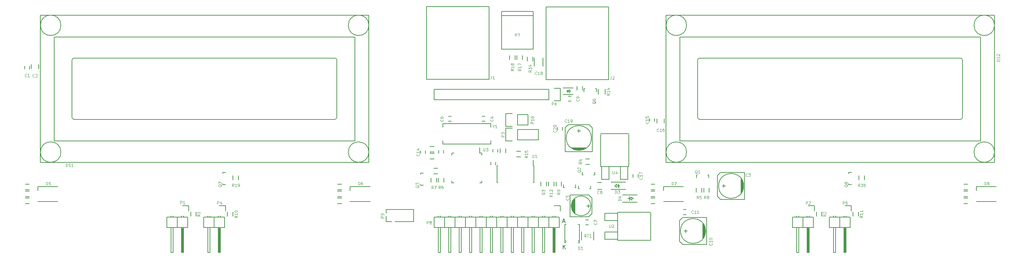
<source format=gbr>
G04 #@! TF.FileFunction,Legend,Top*
%FSLAX46Y46*%
G04 Gerber Fmt 4.6, Leading zero omitted, Abs format (unit mm)*
G04 Created by KiCad (PCBNEW 4.0.1-stable) date Tue 12 Jul 2016 10:41:03 AM CEST*
%MOMM*%
G01*
G04 APERTURE LIST*
%ADD10C,0.100000*%
%ADD11C,0.150000*%
G04 APERTURE END LIST*
D10*
D11*
X127828040Y-13698220D02*
X99888040Y-13698220D01*
X99888040Y-13698220D02*
X99888040Y-11158220D01*
X99888040Y-11158220D02*
X127828040Y-11158220D01*
X130648040Y-13978220D02*
X129098040Y-13978220D01*
X127828040Y-13698220D02*
X127828040Y-11158220D01*
X129098040Y-10878220D02*
X130648040Y-10878220D01*
X130648040Y-10878220D02*
X130648040Y-13978220D01*
X124175440Y-29771520D02*
X124060440Y-29771520D01*
X124175440Y-33921520D02*
X124060440Y-33921520D01*
X115275440Y-33921520D02*
X115390440Y-33921520D01*
X115275440Y-29771520D02*
X115390440Y-29771520D01*
X124175440Y-29771520D02*
X124175440Y-33921520D01*
X115275440Y-29771520D02*
X115275440Y-33921520D01*
X124060440Y-29771520D02*
X124060440Y-28396520D01*
X133308840Y-14062000D02*
X132608840Y-14062000D01*
X132608840Y-12862000D02*
X133308840Y-12862000D01*
X175173640Y-35529520D02*
X175173640Y-34005520D01*
X175046640Y-33624520D02*
X175046640Y-35910520D01*
X174919640Y-36164520D02*
X174919640Y-33370520D01*
X174792640Y-33116520D02*
X174792640Y-36418520D01*
X174665640Y-36545520D02*
X174665640Y-32989520D01*
X175554640Y-38069520D02*
X175554640Y-31465520D01*
X175554640Y-31465520D02*
X169712640Y-31465520D01*
X169712640Y-31465520D02*
X168950640Y-32227520D01*
X168950640Y-32227520D02*
X168950640Y-37307520D01*
X168950640Y-37307520D02*
X169712640Y-38069520D01*
X169712640Y-38069520D02*
X175554640Y-38069520D01*
X170093640Y-34767520D02*
X170855640Y-34767520D01*
X170474640Y-35148520D02*
X170474640Y-34386520D01*
X175300640Y-34767520D02*
G75*
G03X175300640Y-34767520I-3048000J0D01*
G01*
X12204700Y-3500120D02*
X75704700Y-3500120D01*
X11704320Y-17998440D02*
X11704320Y-3997960D01*
X75704700Y-18498820D02*
X12204700Y-18498820D01*
X76205080Y-3997960D02*
X76205080Y-17998440D01*
X76202540Y-3997960D02*
G75*
G03X75704700Y-3500120I-497840J0D01*
G01*
X75704700Y-18498820D02*
G75*
G03X76205080Y-17998440I0J500380D01*
G01*
X11704320Y-17998440D02*
G75*
G03X12204700Y-18498820I500380J0D01*
G01*
X12204700Y-3497580D02*
G75*
G03X11704320Y-3997960I0J-500380D01*
G01*
X7404100Y1600200D02*
X80604360Y1600200D01*
X80604360Y1600200D02*
X80604360Y-23799800D01*
X80604360Y-23799800D02*
X7404100Y-23799800D01*
X7404100Y-23799800D02*
X7404100Y1600200D01*
X84002880Y4500880D02*
G75*
G03X84002880Y4500880I-2499360J0D01*
G01*
X84002880Y-26499820D02*
G75*
G03X84002880Y-26499820I-2499360J0D01*
G01*
X9006840Y-26499820D02*
G75*
G03X9006840Y-26499820I-2501900J0D01*
G01*
X9004300Y4500880D02*
G75*
G03X9004300Y4500880I-2499360J0D01*
G01*
X4003040Y7000240D02*
X84002880Y7000240D01*
X84002880Y7000240D02*
X84002880Y-28999180D01*
X84002880Y-28999180D02*
X4003040Y-28999180D01*
X4003040Y-28999180D02*
X4003040Y7000240D01*
X165902640Y-46553120D02*
X165902640Y-45029120D01*
X165775640Y-44648120D02*
X165775640Y-46934120D01*
X165648640Y-47188120D02*
X165648640Y-44394120D01*
X165521640Y-44140120D02*
X165521640Y-47442120D01*
X165394640Y-47569120D02*
X165394640Y-44013120D01*
X166283640Y-49093120D02*
X166283640Y-42489120D01*
X166283640Y-42489120D02*
X160441640Y-42489120D01*
X160441640Y-42489120D02*
X159679640Y-43251120D01*
X159679640Y-43251120D02*
X159679640Y-48331120D01*
X159679640Y-48331120D02*
X160441640Y-49093120D01*
X160441640Y-49093120D02*
X166283640Y-49093120D01*
X160822640Y-45791120D02*
X161584640Y-45791120D01*
X161203640Y-46172120D02*
X161203640Y-45410120D01*
X166029640Y-45791120D02*
G75*
G03X166029640Y-45791120I-3048000J0D01*
G01*
X111488640Y-26748320D02*
X110963640Y-26748320D01*
X111488640Y-33998320D02*
X110963640Y-33998320D01*
X104238640Y-33998320D02*
X104763640Y-33998320D01*
X104238640Y-26748320D02*
X104763640Y-26748320D01*
X111488640Y-26748320D02*
X111488640Y-27273320D01*
X104238640Y-26748320D02*
X104238640Y-27273320D01*
X104238640Y-33998320D02*
X104238640Y-33473320D01*
X111488640Y-33998320D02*
X111488640Y-33473320D01*
X110963640Y-26748320D02*
X110963640Y-25373320D01*
X148122640Y-37853620D02*
X148503640Y-37853620D01*
X147106640Y-37853620D02*
X147487640Y-37853620D01*
X147487640Y-37853620D02*
X148122640Y-37472620D01*
X148122640Y-37472620D02*
X148122640Y-38234620D01*
X148122640Y-38234620D02*
X147487640Y-37853620D01*
X147487640Y-37345620D02*
X147487640Y-38361620D01*
X145805140Y-38753620D02*
X149345140Y-38753620D01*
X145805140Y-36953620D02*
X149345140Y-36953620D01*
X96593660Y-31835140D02*
X96593660Y-31883400D01*
X97294700Y-34634120D02*
X96593660Y-34634120D01*
X96593660Y-34634120D02*
X96593660Y-34385200D01*
X96593660Y-31835140D02*
X96593660Y-31634480D01*
X96593660Y-31634480D02*
X97294700Y-31634480D01*
X139713080Y-35607360D02*
X140713080Y-35607360D01*
X140713080Y-33907360D02*
X139713080Y-33907360D01*
X137512540Y-44272760D02*
X136812540Y-44272760D01*
X136812540Y-43072760D02*
X137512540Y-43072760D01*
X160625040Y-40568320D02*
X161325040Y-40568320D01*
X161325040Y-41768320D02*
X160625040Y-41768320D01*
X149571000Y-31933400D02*
X149571000Y-32633400D01*
X148371000Y-32633400D02*
X148371000Y-31933400D01*
X131181400Y-20427200D02*
X131181400Y-21127200D01*
X129981400Y-21127200D02*
X129981400Y-20427200D01*
X112303040Y-18984520D02*
X111603040Y-18984520D01*
X111603040Y-17784520D02*
X112303040Y-17784520D01*
X103393760Y-17784520D02*
X104093760Y-17784520D01*
X104093760Y-18984520D02*
X103393760Y-18984520D01*
X100979680Y-26760920D02*
X100979680Y-26060920D01*
X102179680Y-26060920D02*
X102179680Y-26760920D01*
X114877140Y-28918420D02*
X114877140Y-29618420D01*
X113677140Y-29618420D02*
X113677140Y-28918420D01*
X115430860Y-25796760D02*
X115430860Y-26496760D01*
X114230860Y-26496760D02*
X114230860Y-25796760D01*
X177240Y-6186920D02*
X177240Y-5486920D01*
X1377240Y-5486920D02*
X1377240Y-6186920D01*
X1819540Y-5082920D02*
X1819540Y-6082920D01*
X3519540Y-6082920D02*
X3519540Y-5082920D01*
X153599440Y-18288520D02*
X153599440Y-18988520D01*
X152399440Y-18988520D02*
X152399440Y-18288520D01*
X155919540Y-19379820D02*
X155919540Y-18379820D01*
X154219540Y-18379820D02*
X154219540Y-19379820D01*
X135272780Y-48222720D02*
X134922260Y-48222720D01*
X131772660Y-48222720D02*
X132123180Y-48222720D01*
X135272780Y-44173140D02*
X134922260Y-44173140D01*
X135272780Y-48674020D02*
X134922260Y-48674020D01*
X131772660Y-48674020D02*
X132123180Y-48674020D01*
X131772660Y-44173140D02*
X132123180Y-44173140D01*
X135272780Y-48674020D02*
X135272780Y-44173140D01*
X131772660Y-48674020D02*
X131772660Y-44173140D01*
X144223740Y-34754820D02*
X143842740Y-34754820D01*
X145239740Y-34754820D02*
X144858740Y-34754820D01*
X144858740Y-34754820D02*
X144223740Y-35135820D01*
X144223740Y-35135820D02*
X144223740Y-34373820D01*
X144223740Y-34373820D02*
X144858740Y-34754820D01*
X144858740Y-35262820D02*
X144858740Y-34246820D01*
X146541240Y-33854820D02*
X143001240Y-33854820D01*
X146541240Y-35654820D02*
X143001240Y-35654820D01*
X3358040Y-34948720D02*
X3358040Y-35848720D01*
X3358040Y-38548720D02*
X8258040Y-38548720D01*
X8258040Y-34948720D02*
X3358040Y-34948720D01*
X79405640Y-34948720D02*
X79405640Y-35848720D01*
X79405640Y-38548720D02*
X84305640Y-38548720D01*
X84305640Y-34948720D02*
X79405640Y-34948720D01*
X155758040Y-34948720D02*
X155758040Y-35848720D01*
X155758040Y-38548720D02*
X160658040Y-38548720D01*
X160658040Y-34948720D02*
X155758040Y-34948720D01*
X231958040Y-34948720D02*
X231958040Y-35848720D01*
X231958040Y-38548720D02*
X236858040Y-38548720D01*
X236858040Y-34948720D02*
X231958040Y-34948720D01*
X88262560Y-40546600D02*
X88262560Y-41346600D01*
X94912560Y-40546600D02*
X88262560Y-40546600D01*
X94912560Y-40546600D02*
X94912560Y-43496600D01*
X94912560Y-43496600D02*
X90362560Y-43496600D01*
X88262560Y-42146600D02*
X88262560Y-43496600D01*
X88262560Y-43496600D02*
X89562560Y-43496600D01*
X40165620Y-39601620D02*
X38615620Y-39601620D01*
X40165620Y-40901620D02*
X40165620Y-39601620D01*
X38742620Y-45092620D02*
X38742620Y-50934620D01*
X38742620Y-50934620D02*
X38488620Y-50934620D01*
X38488620Y-50934620D02*
X38488620Y-45092620D01*
X38488620Y-45092620D02*
X38615620Y-45092620D01*
X38615620Y-45092620D02*
X38615620Y-50934620D01*
X38869620Y-42425620D02*
X38869620Y-42044620D01*
X38361620Y-42425620D02*
X38361620Y-42044620D01*
X36329620Y-42425620D02*
X36329620Y-42044620D01*
X35821620Y-42425620D02*
X35821620Y-42044620D01*
X39885620Y-42425620D02*
X39885620Y-44965620D01*
X37345620Y-42425620D02*
X37345620Y-44965620D01*
X37345620Y-42425620D02*
X34805620Y-42425620D01*
X34805620Y-42425620D02*
X34805620Y-44965620D01*
X36329620Y-44965620D02*
X36329620Y-51061620D01*
X36329620Y-51061620D02*
X35821620Y-51061620D01*
X35821620Y-51061620D02*
X35821620Y-44965620D01*
X34805620Y-44965620D02*
X37345620Y-44965620D01*
X37345620Y-44965620D02*
X39885620Y-44965620D01*
X38361620Y-51061620D02*
X38361620Y-44965620D01*
X38869620Y-51061620D02*
X38361620Y-51061620D01*
X38869620Y-44965620D02*
X38869620Y-51061620D01*
X37345620Y-42425620D02*
X37345620Y-44965620D01*
X39885620Y-42425620D02*
X37345620Y-42425620D01*
X192560540Y-39601620D02*
X191010540Y-39601620D01*
X192560540Y-40901620D02*
X192560540Y-39601620D01*
X191137540Y-45092620D02*
X191137540Y-50934620D01*
X191137540Y-50934620D02*
X190883540Y-50934620D01*
X190883540Y-50934620D02*
X190883540Y-45092620D01*
X190883540Y-45092620D02*
X191010540Y-45092620D01*
X191010540Y-45092620D02*
X191010540Y-50934620D01*
X191264540Y-42425620D02*
X191264540Y-42044620D01*
X190756540Y-42425620D02*
X190756540Y-42044620D01*
X188724540Y-42425620D02*
X188724540Y-42044620D01*
X188216540Y-42425620D02*
X188216540Y-42044620D01*
X192280540Y-42425620D02*
X192280540Y-44965620D01*
X189740540Y-42425620D02*
X189740540Y-44965620D01*
X189740540Y-42425620D02*
X187200540Y-42425620D01*
X187200540Y-42425620D02*
X187200540Y-44965620D01*
X188724540Y-44965620D02*
X188724540Y-51061620D01*
X188724540Y-51061620D02*
X188216540Y-51061620D01*
X188216540Y-51061620D02*
X188216540Y-44965620D01*
X187200540Y-44965620D02*
X189740540Y-44965620D01*
X189740540Y-44965620D02*
X192280540Y-44965620D01*
X190756540Y-51061620D02*
X190756540Y-44965620D01*
X191264540Y-51061620D02*
X190756540Y-51061620D01*
X191264540Y-44965620D02*
X191264540Y-51061620D01*
X189740540Y-42425620D02*
X189740540Y-44965620D01*
X192280540Y-42425620D02*
X189740540Y-42425620D01*
X49126740Y-39601620D02*
X47576740Y-39601620D01*
X49126740Y-40901620D02*
X49126740Y-39601620D01*
X47703740Y-45092620D02*
X47703740Y-50934620D01*
X47703740Y-50934620D02*
X47449740Y-50934620D01*
X47449740Y-50934620D02*
X47449740Y-45092620D01*
X47449740Y-45092620D02*
X47576740Y-45092620D01*
X47576740Y-45092620D02*
X47576740Y-50934620D01*
X47830740Y-42425620D02*
X47830740Y-42044620D01*
X47322740Y-42425620D02*
X47322740Y-42044620D01*
X45290740Y-42425620D02*
X45290740Y-42044620D01*
X44782740Y-42425620D02*
X44782740Y-42044620D01*
X48846740Y-42425620D02*
X48846740Y-44965620D01*
X46306740Y-42425620D02*
X46306740Y-44965620D01*
X46306740Y-42425620D02*
X43766740Y-42425620D01*
X43766740Y-42425620D02*
X43766740Y-44965620D01*
X45290740Y-44965620D02*
X45290740Y-51061620D01*
X45290740Y-51061620D02*
X44782740Y-51061620D01*
X44782740Y-51061620D02*
X44782740Y-44965620D01*
X43766740Y-44965620D02*
X46306740Y-44965620D01*
X46306740Y-44965620D02*
X48846740Y-44965620D01*
X47322740Y-51061620D02*
X47322740Y-44965620D01*
X47830740Y-51061620D02*
X47322740Y-51061620D01*
X47830740Y-44965620D02*
X47830740Y-51061620D01*
X46306740Y-42425620D02*
X46306740Y-44965620D01*
X48846740Y-42425620D02*
X46306740Y-42425620D01*
X201531820Y-39601620D02*
X199981820Y-39601620D01*
X201531820Y-40901620D02*
X201531820Y-39601620D01*
X200108820Y-45092620D02*
X200108820Y-50934620D01*
X200108820Y-50934620D02*
X199854820Y-50934620D01*
X199854820Y-50934620D02*
X199854820Y-45092620D01*
X199854820Y-45092620D02*
X199981820Y-45092620D01*
X199981820Y-45092620D02*
X199981820Y-50934620D01*
X200235820Y-42425620D02*
X200235820Y-42044620D01*
X199727820Y-42425620D02*
X199727820Y-42044620D01*
X197695820Y-42425620D02*
X197695820Y-42044620D01*
X197187820Y-42425620D02*
X197187820Y-42044620D01*
X201251820Y-42425620D02*
X201251820Y-44965620D01*
X198711820Y-42425620D02*
X198711820Y-44965620D01*
X198711820Y-42425620D02*
X196171820Y-42425620D01*
X196171820Y-42425620D02*
X196171820Y-44965620D01*
X197695820Y-44965620D02*
X197695820Y-51061620D01*
X197695820Y-51061620D02*
X197187820Y-51061620D01*
X197187820Y-51061620D02*
X197187820Y-44965620D01*
X196171820Y-44965620D02*
X198711820Y-44965620D01*
X198711820Y-44965620D02*
X201251820Y-44965620D01*
X199727820Y-51061620D02*
X199727820Y-44965620D01*
X200235820Y-51061620D02*
X199727820Y-51061620D01*
X200235820Y-44965620D02*
X200235820Y-51061620D01*
X198711820Y-42425620D02*
X198711820Y-44965620D01*
X201251820Y-42425620D02*
X198711820Y-42425620D01*
X136185960Y-32085280D02*
X136234220Y-32085280D01*
X138984940Y-31384240D02*
X138984940Y-32085280D01*
X138984940Y-32085280D02*
X138736020Y-32085280D01*
X136185960Y-32085280D02*
X135985300Y-32085280D01*
X135985300Y-32085280D02*
X135985300Y-31384240D01*
X135236000Y-35468560D02*
X135284260Y-35468560D01*
X138034980Y-34767520D02*
X138034980Y-35468560D01*
X138034980Y-35468560D02*
X137786060Y-35468560D01*
X135236000Y-35468560D02*
X135035340Y-35468560D01*
X135035340Y-35468560D02*
X135035340Y-34767520D01*
X131608880Y-35163760D02*
X131657140Y-35163760D01*
X134407860Y-34462720D02*
X134407860Y-35163760D01*
X134407860Y-35163760D02*
X134158940Y-35163760D01*
X131608880Y-35163760D02*
X131408220Y-35163760D01*
X131408220Y-35163760D02*
X131408220Y-34462720D01*
X166592200Y-32047180D02*
X166543940Y-32047180D01*
X163793220Y-32748220D02*
X163793220Y-32047180D01*
X163793220Y-32047180D02*
X164042140Y-32047180D01*
X166592200Y-32047180D02*
X166792860Y-32047180D01*
X166792860Y-32047180D02*
X166792860Y-32748220D01*
X48450500Y-31664960D02*
X48450500Y-31713220D01*
X49151540Y-34463940D02*
X48450500Y-34463940D01*
X48450500Y-34463940D02*
X48450500Y-34215020D01*
X48450500Y-31664960D02*
X48450500Y-31464300D01*
X48450500Y-31464300D02*
X49151540Y-31464300D01*
X200863200Y-31664960D02*
X200863200Y-31713220D01*
X201564240Y-34463940D02*
X200863200Y-34463940D01*
X200863200Y-34463940D02*
X200863200Y-34215020D01*
X200863200Y-31664960D02*
X200863200Y-31464300D01*
X200863200Y-31464300D02*
X201564240Y-31464300D01*
X127248280Y-33769680D02*
X127248280Y-34769680D01*
X125898280Y-34769680D02*
X125898280Y-33769680D01*
X136787000Y-28138760D02*
X137787000Y-28138760D01*
X137787000Y-29488760D02*
X136787000Y-29488760D01*
X130936360Y-33759520D02*
X130936360Y-34759520D01*
X129586360Y-34759520D02*
X129586360Y-33759520D01*
X129092320Y-33754440D02*
X129092320Y-34754440D01*
X127742320Y-34754440D02*
X127742320Y-33754440D01*
X119987440Y-26345520D02*
X120987440Y-26345520D01*
X120987440Y-27695520D02*
X119987440Y-27695520D01*
X116007520Y-26646760D02*
X116007520Y-25646760D01*
X117357520Y-25646760D02*
X117357520Y-26646760D01*
X41952540Y-41150920D02*
X41952540Y-42150920D01*
X40602540Y-42150920D02*
X40602540Y-41150920D01*
X194352540Y-41138220D02*
X194352540Y-42138220D01*
X193002540Y-42138220D02*
X193002540Y-41138220D01*
X50918740Y-41163620D02*
X50918740Y-42163620D01*
X49568740Y-42163620D02*
X49568740Y-41163620D01*
X203318740Y-41163620D02*
X203318740Y-42163620D01*
X201968740Y-42163620D02*
X201968740Y-41163620D01*
X1302640Y-35721920D02*
X302640Y-35721920D01*
X302640Y-34371920D02*
X1302640Y-34371920D01*
X1302640Y-37423720D02*
X302640Y-37423720D01*
X302640Y-36073720D02*
X1302640Y-36073720D01*
X1302640Y-39125520D02*
X302640Y-39125520D01*
X302640Y-37775520D02*
X1302640Y-37775520D01*
X77350240Y-35721920D02*
X76350240Y-35721920D01*
X76350240Y-34371920D02*
X77350240Y-34371920D01*
X77350240Y-37423720D02*
X76350240Y-37423720D01*
X76350240Y-36073720D02*
X77350240Y-36073720D01*
X77350240Y-39125520D02*
X76350240Y-39125520D01*
X76350240Y-37775520D02*
X77350240Y-37775520D01*
X153702640Y-35721920D02*
X152702640Y-35721920D01*
X152702640Y-34371920D02*
X153702640Y-34371920D01*
X153702640Y-37423720D02*
X152702640Y-37423720D01*
X152702640Y-36073720D02*
X153702640Y-36073720D01*
X153702640Y-39125520D02*
X152702640Y-39125520D01*
X152702640Y-37775520D02*
X153702640Y-37775520D01*
X229902640Y-35721920D02*
X228902640Y-35721920D01*
X228902640Y-34371920D02*
X229902640Y-34371920D01*
X229902640Y-37423720D02*
X228902640Y-37423720D01*
X228902640Y-36073720D02*
X229902640Y-36073720D01*
X229902640Y-39125520D02*
X228902640Y-39125520D01*
X228902640Y-37775520D02*
X229902640Y-37775520D01*
X165104440Y-35270820D02*
X165104440Y-36270820D01*
X163754440Y-36270820D02*
X163754440Y-35270820D01*
X165570540Y-36270820D02*
X165570540Y-35270820D01*
X166920540Y-35270820D02*
X166920540Y-36270820D01*
X52267480Y-32260920D02*
X52267480Y-33260920D01*
X50917480Y-33260920D02*
X50917480Y-32260920D01*
X204741140Y-32273620D02*
X204741140Y-33273620D01*
X203391140Y-33273620D02*
X203391140Y-32273620D01*
X138800100Y-45972220D02*
X138800100Y-47972220D01*
X135850100Y-47972220D02*
X135850100Y-45972220D01*
X144619980Y-46014640D02*
X141444980Y-46014640D01*
X141444980Y-46014640D02*
X141444980Y-47792640D01*
X141444980Y-47792640D02*
X144619980Y-47792640D01*
X144619980Y-41442640D02*
X141444980Y-41442640D01*
X141444980Y-41442640D02*
X141444980Y-43220640D01*
X141444980Y-43220640D02*
X144619980Y-43220640D01*
X150715980Y-48046640D02*
X144619980Y-48046640D01*
X144619980Y-48046640D02*
X144619980Y-41188640D01*
X144619980Y-41188640D02*
X152493980Y-41188640D01*
X152620980Y-41188640D02*
X152620980Y-48046640D01*
X152493980Y-48046640D02*
X150715980Y-48046640D01*
X145303240Y-30017720D02*
X145303240Y-33192720D01*
X145303240Y-33192720D02*
X147081240Y-33192720D01*
X147081240Y-33192720D02*
X147081240Y-30017720D01*
X140731240Y-30017720D02*
X140731240Y-33192720D01*
X140731240Y-33192720D02*
X142509240Y-33192720D01*
X142509240Y-33192720D02*
X142509240Y-30017720D01*
X147335240Y-23921720D02*
X147335240Y-30017720D01*
X147335240Y-30017720D02*
X140477240Y-30017720D01*
X140477240Y-30017720D02*
X140477240Y-22143720D01*
X140477240Y-22016720D02*
X147335240Y-22016720D01*
X147335240Y-22143720D02*
X147335240Y-23921720D01*
X113708180Y-19532600D02*
X102008940Y-19532600D01*
X102008940Y-24531320D02*
X113708180Y-24531320D01*
X102008940Y-19532600D02*
X102008940Y-20380960D01*
X102008940Y-24531320D02*
X102008940Y-23682960D01*
X113708180Y-19532600D02*
X113708180Y-20380960D01*
X113708180Y-24531320D02*
X113708180Y-23682960D01*
X164604700Y-3500120D02*
X228104700Y-3500120D01*
X164104320Y-17998440D02*
X164104320Y-3997960D01*
X228104700Y-18498820D02*
X164604700Y-18498820D01*
X228605080Y-3997960D02*
X228605080Y-17998440D01*
X228602540Y-3997960D02*
G75*
G03X228104700Y-3500120I-497840J0D01*
G01*
X228104700Y-18498820D02*
G75*
G03X228605080Y-17998440I0J500380D01*
G01*
X164104320Y-17998440D02*
G75*
G03X164604700Y-18498820I500380J0D01*
G01*
X164604700Y-3497580D02*
G75*
G03X164104320Y-3997960I0J-500380D01*
G01*
X159804100Y1600200D02*
X233004360Y1600200D01*
X233004360Y1600200D02*
X233004360Y-23799800D01*
X233004360Y-23799800D02*
X159804100Y-23799800D01*
X159804100Y-23799800D02*
X159804100Y1600200D01*
X236402880Y4500880D02*
G75*
G03X236402880Y4500880I-2499360J0D01*
G01*
X236402880Y-26499820D02*
G75*
G03X236402880Y-26499820I-2499360J0D01*
G01*
X161406840Y-26499820D02*
G75*
G03X161406840Y-26499820I-2501900J0D01*
G01*
X161404300Y4500880D02*
G75*
G03X161404300Y4500880I-2499360J0D01*
G01*
X156403040Y7000240D02*
X236402880Y7000240D01*
X236402880Y7000240D02*
X236402880Y-28999180D01*
X236402880Y-28999180D02*
X156403040Y-28999180D01*
X156403040Y-28999180D02*
X156403040Y7000240D01*
X126376540Y-5452620D02*
X126376540Y-3452620D01*
X124326540Y-3452620D02*
X124326540Y-5452620D01*
X97785480Y-26162520D02*
X97785480Y-26862520D01*
X96585480Y-26862520D02*
X96585480Y-26162520D01*
X132904040Y-11607800D02*
X133154040Y-11607800D01*
X132404040Y-11607800D02*
X132154040Y-11607800D01*
X132404040Y-11607800D02*
X132904040Y-11257800D01*
X132904040Y-11257800D02*
X132904040Y-11957800D01*
X132904040Y-11957800D02*
X132404040Y-11607800D01*
X132404040Y-11257800D02*
X132404040Y-11957800D01*
X131354040Y-12407800D02*
X133754040Y-12407800D01*
X131354040Y-10807800D02*
X133754040Y-10807800D01*
X124043440Y6875780D02*
X116342160Y6875780D01*
X124043440Y7876540D02*
X116342160Y7876540D01*
X116342160Y7876540D02*
X116342160Y-1323340D01*
X116342160Y-1323340D02*
X124043440Y-1323340D01*
X124043440Y-1323340D02*
X124043440Y7876540D01*
X139233860Y-11008360D02*
X139185600Y-11008360D01*
X136434880Y-11709400D02*
X136434880Y-11008360D01*
X136434880Y-11008360D02*
X136683800Y-11008360D01*
X139233860Y-11008360D02*
X139434520Y-11008360D01*
X139434520Y-11008360D02*
X139434520Y-11709400D01*
X134732400Y-11355960D02*
X134732400Y-10355960D01*
X136082400Y-10355960D02*
X136082400Y-11355960D01*
X141603700Y-11109400D02*
X141603700Y-12309400D01*
X139853700Y-12309400D02*
X139853700Y-11109400D01*
X123981840Y-3198240D02*
X123981840Y-4198240D01*
X122631840Y-4198240D02*
X122631840Y-3198240D01*
X100889440Y-33845120D02*
X100889440Y-32845120D01*
X102239440Y-32845120D02*
X102239440Y-33845120D01*
X100512240Y-32845120D02*
X100512240Y-33845120D01*
X99162240Y-33845120D02*
X99162240Y-32845120D01*
X99794440Y-30434920D02*
X100794440Y-30434920D01*
X100794440Y-31784920D02*
X99794440Y-31784920D01*
X121411360Y-2878200D02*
X121411360Y-3878200D01*
X120061360Y-3878200D02*
X120061360Y-2878200D01*
X119658760Y-2878200D02*
X119658760Y-3878200D01*
X118308760Y-3878200D02*
X118308760Y-2878200D01*
X98910520Y-25090760D02*
X99910520Y-25090760D01*
X99910520Y-26440760D02*
X98910520Y-26440760D01*
X99910520Y-28193360D02*
X98910520Y-28193360D01*
X98910520Y-26843360D02*
X99910520Y-26843360D01*
X113245900Y9082360D02*
X98005900Y9082360D01*
X98005900Y-8697640D02*
X98005900Y9082360D01*
X98005900Y-8697640D02*
X113245900Y-8697640D01*
X113245900Y-8697640D02*
X113245900Y9082360D01*
X142387320Y9026480D02*
X127147320Y9026480D01*
X127147320Y-8753520D02*
X127147320Y9026480D01*
X127147320Y-8753520D02*
X142387320Y-8753520D01*
X142387320Y-8753520D02*
X142387320Y9026480D01*
X120202960Y-23500080D02*
X125282960Y-23500080D01*
X125282960Y-23500080D02*
X125282960Y-20960080D01*
X125282960Y-20960080D02*
X120202960Y-20960080D01*
X117382960Y-20680080D02*
X118932960Y-20680080D01*
X120202960Y-20960080D02*
X120202960Y-23500080D01*
X118932960Y-23780080D02*
X117382960Y-23780080D01*
X117382960Y-23780080D02*
X117382960Y-20680080D01*
X130660740Y-39601620D02*
X129110740Y-39601620D01*
X130660740Y-40901620D02*
X130660740Y-39601620D01*
X129237740Y-45092620D02*
X129237740Y-50934620D01*
X129237740Y-50934620D02*
X128983740Y-50934620D01*
X128983740Y-50934620D02*
X128983740Y-45092620D01*
X128983740Y-45092620D02*
X129110740Y-45092620D01*
X129110740Y-45092620D02*
X129110740Y-50934620D01*
X111584740Y-42425620D02*
X111584740Y-42044620D01*
X111076740Y-42425620D02*
X111076740Y-42044620D01*
X109044740Y-42425620D02*
X109044740Y-42044620D01*
X108536740Y-42425620D02*
X108536740Y-42044620D01*
X106504740Y-42425620D02*
X106504740Y-42044620D01*
X105996740Y-42425620D02*
X105996740Y-42044620D01*
X103964740Y-42425620D02*
X103964740Y-42044620D01*
X103456740Y-42425620D02*
X103456740Y-42044620D01*
X100916740Y-42425620D02*
X100916740Y-42044620D01*
X101424740Y-42425620D02*
X101424740Y-42044620D01*
X129364740Y-42425620D02*
X129364740Y-42044620D01*
X128856740Y-42425620D02*
X128856740Y-42044620D01*
X126824740Y-42425620D02*
X126824740Y-42044620D01*
X126316740Y-42425620D02*
X126316740Y-42044620D01*
X124284740Y-42425620D02*
X124284740Y-42044620D01*
X123776740Y-42425620D02*
X123776740Y-42044620D01*
X113616740Y-42425620D02*
X113616740Y-42044620D01*
X114124740Y-42425620D02*
X114124740Y-42044620D01*
X116156740Y-42425620D02*
X116156740Y-42044620D01*
X116664740Y-42425620D02*
X116664740Y-42044620D01*
X118696740Y-42425620D02*
X118696740Y-42044620D01*
X119204740Y-42425620D02*
X119204740Y-42044620D01*
X121236740Y-42425620D02*
X121236740Y-42044620D01*
X121744740Y-42425620D02*
X121744740Y-42044620D01*
X115140740Y-42425620D02*
X115140740Y-44965620D01*
X115140740Y-42425620D02*
X112600740Y-42425620D01*
X112600740Y-42425620D02*
X112600740Y-44965620D01*
X114124740Y-44965620D02*
X114124740Y-51061620D01*
X114124740Y-51061620D02*
X113616740Y-51061620D01*
X113616740Y-51061620D02*
X113616740Y-44965620D01*
X112600740Y-44965620D02*
X115140740Y-44965620D01*
X110060740Y-44965620D02*
X112600740Y-44965620D01*
X111076740Y-51061620D02*
X111076740Y-44965620D01*
X111584740Y-51061620D02*
X111076740Y-51061620D01*
X111584740Y-44965620D02*
X111584740Y-51061620D01*
X110060740Y-42425620D02*
X110060740Y-44965620D01*
X112600740Y-42425620D02*
X110060740Y-42425620D01*
X112600740Y-42425620D02*
X112600740Y-44965620D01*
X107520740Y-42425620D02*
X107520740Y-44965620D01*
X107520740Y-42425620D02*
X104980740Y-42425620D01*
X104980740Y-42425620D02*
X104980740Y-44965620D01*
X106504740Y-44965620D02*
X106504740Y-51061620D01*
X106504740Y-51061620D02*
X105996740Y-51061620D01*
X105996740Y-51061620D02*
X105996740Y-44965620D01*
X104980740Y-44965620D02*
X107520740Y-44965620D01*
X107520740Y-44965620D02*
X110060740Y-44965620D01*
X108536740Y-51061620D02*
X108536740Y-44965620D01*
X109044740Y-51061620D02*
X108536740Y-51061620D01*
X109044740Y-44965620D02*
X109044740Y-51061620D01*
X107520740Y-42425620D02*
X107520740Y-44965620D01*
X110060740Y-42425620D02*
X107520740Y-42425620D01*
X110060740Y-42425620D02*
X110060740Y-44965620D01*
X102440740Y-42425620D02*
X102440740Y-44965620D01*
X102440740Y-42425620D02*
X99900740Y-42425620D01*
X99900740Y-42425620D02*
X99900740Y-44965620D01*
X101424740Y-44965620D02*
X101424740Y-51061620D01*
X101424740Y-51061620D02*
X100916740Y-51061620D01*
X100916740Y-51061620D02*
X100916740Y-44965620D01*
X99900740Y-44965620D02*
X102440740Y-44965620D01*
X102440740Y-44965620D02*
X104980740Y-44965620D01*
X103456740Y-51061620D02*
X103456740Y-44965620D01*
X103964740Y-51061620D02*
X103456740Y-51061620D01*
X103964740Y-44965620D02*
X103964740Y-51061620D01*
X102440740Y-42425620D02*
X102440740Y-44965620D01*
X104980740Y-42425620D02*
X102440740Y-42425620D01*
X104980740Y-42425620D02*
X104980740Y-44965620D01*
X130380740Y-42425620D02*
X130380740Y-44965620D01*
X127840740Y-42425620D02*
X127840740Y-44965620D01*
X127840740Y-42425620D02*
X125300740Y-42425620D01*
X125300740Y-42425620D02*
X125300740Y-44965620D01*
X126824740Y-44965620D02*
X126824740Y-51061620D01*
X126824740Y-51061620D02*
X126316740Y-51061620D01*
X126316740Y-51061620D02*
X126316740Y-44965620D01*
X125300740Y-44965620D02*
X127840740Y-44965620D01*
X127840740Y-44965620D02*
X130380740Y-44965620D01*
X128856740Y-51061620D02*
X128856740Y-44965620D01*
X129364740Y-51061620D02*
X128856740Y-51061620D01*
X129364740Y-44965620D02*
X129364740Y-51061620D01*
X127840740Y-42425620D02*
X127840740Y-44965620D01*
X130380740Y-42425620D02*
X127840740Y-42425620D01*
X120220740Y-42425620D02*
X120220740Y-44965620D01*
X120220740Y-42425620D02*
X117680740Y-42425620D01*
X117680740Y-42425620D02*
X117680740Y-44965620D01*
X119204740Y-44965620D02*
X119204740Y-51061620D01*
X119204740Y-51061620D02*
X118696740Y-51061620D01*
X118696740Y-51061620D02*
X118696740Y-44965620D01*
X117680740Y-44965620D02*
X120220740Y-44965620D01*
X115140740Y-44965620D02*
X117680740Y-44965620D01*
X116156740Y-51061620D02*
X116156740Y-44965620D01*
X116664740Y-51061620D02*
X116156740Y-51061620D01*
X116664740Y-44965620D02*
X116664740Y-51061620D01*
X115140740Y-42425620D02*
X115140740Y-44965620D01*
X117680740Y-42425620D02*
X115140740Y-42425620D01*
X117680740Y-42425620D02*
X117680740Y-44965620D01*
X122760740Y-42425620D02*
X122760740Y-44965620D01*
X122760740Y-42425620D02*
X120220740Y-42425620D01*
X120220740Y-42425620D02*
X120220740Y-44965620D01*
X121744740Y-44965620D02*
X121744740Y-51061620D01*
X121744740Y-51061620D02*
X121236740Y-51061620D01*
X121236740Y-51061620D02*
X121236740Y-44965620D01*
X120220740Y-44965620D02*
X122760740Y-44965620D01*
X122760740Y-44965620D02*
X125300740Y-44965620D01*
X123776740Y-51061620D02*
X123776740Y-44965620D01*
X124284740Y-51061620D02*
X123776740Y-51061620D01*
X124284740Y-44965620D02*
X124284740Y-51061620D01*
X122760740Y-42425620D02*
X122760740Y-44965620D01*
X125300740Y-42425620D02*
X122760740Y-42425620D01*
X125300740Y-42425620D02*
X125300740Y-44965620D01*
X120202960Y-17373600D02*
X122742960Y-17373600D01*
X117382960Y-17093600D02*
X118932960Y-17093600D01*
X120202960Y-17373600D02*
X120202960Y-19913600D01*
X118932960Y-20193600D02*
X117382960Y-20193600D01*
X117382960Y-20193600D02*
X117382960Y-17093600D01*
X120202960Y-19913600D02*
X122742960Y-19913600D01*
X122742960Y-19913600D02*
X122742960Y-17373600D01*
X134381240Y-25979120D02*
X135905240Y-25979120D01*
X136286240Y-25852120D02*
X134000240Y-25852120D01*
X133746240Y-25725120D02*
X136540240Y-25725120D01*
X136794240Y-25598120D02*
X133492240Y-25598120D01*
X133365240Y-25471120D02*
X136921240Y-25471120D01*
X131841240Y-26360120D02*
X138445240Y-26360120D01*
X138445240Y-26360120D02*
X138445240Y-20518120D01*
X138445240Y-20518120D02*
X137683240Y-19756120D01*
X137683240Y-19756120D02*
X132603240Y-19756120D01*
X132603240Y-19756120D02*
X131841240Y-20518120D01*
X131841240Y-20518120D02*
X131841240Y-26360120D01*
X135143240Y-20899120D02*
X135143240Y-21661120D01*
X134762240Y-21280120D02*
X135524240Y-21280120D01*
X138191240Y-23058120D02*
G75*
G03X138191240Y-23058120I-3048000J0D01*
G01*
X133416040Y-39014400D02*
X133416040Y-40411400D01*
X133543040Y-38760400D02*
X133543040Y-40538400D01*
X133670040Y-38379400D02*
X133670040Y-40919400D01*
X133797040Y-41046400D02*
X133797040Y-38252400D01*
X133924040Y-38125400D02*
X133924040Y-41173400D01*
X134051040Y-41300400D02*
X134051040Y-37998400D01*
X134178040Y-37871400D02*
X134178040Y-41427400D01*
X133035040Y-36982400D02*
X137607040Y-36982400D01*
X137607040Y-36982400D02*
X138369040Y-37744400D01*
X138369040Y-37744400D02*
X138369040Y-41554400D01*
X138369040Y-41554400D02*
X137607040Y-42316400D01*
X137607040Y-42316400D02*
X133035040Y-42316400D01*
X133035040Y-42316400D02*
X133035040Y-36982400D01*
X137861040Y-39649400D02*
X137099040Y-39649400D01*
X137480040Y-39268400D02*
X137480040Y-40030400D01*
X138115040Y-39649400D02*
G75*
G03X138115040Y-39649400I-2413000J0D01*
G01*
D10*
X128581374Y-15008027D02*
X128581374Y-14308027D01*
X128848040Y-14308027D01*
X128914707Y-14341360D01*
X128948040Y-14374693D01*
X128981374Y-14441360D01*
X128981374Y-14541360D01*
X128948040Y-14608027D01*
X128914707Y-14641360D01*
X128848040Y-14674693D01*
X128581374Y-14674693D01*
X129581374Y-14308027D02*
X129448040Y-14308027D01*
X129381374Y-14341360D01*
X129348040Y-14374693D01*
X129281374Y-14474693D01*
X129248040Y-14608027D01*
X129248040Y-14874693D01*
X129281374Y-14941360D01*
X129314707Y-14974693D01*
X129381374Y-15008027D01*
X129514707Y-15008027D01*
X129581374Y-14974693D01*
X129614707Y-14941360D01*
X129648040Y-14874693D01*
X129648040Y-14708027D01*
X129614707Y-14641360D01*
X129581374Y-14608027D01*
X129514707Y-14574693D01*
X129381374Y-14574693D01*
X129314707Y-14608027D01*
X129281374Y-14641360D01*
X129248040Y-14708027D01*
X123840307Y-27145187D02*
X123840307Y-27711853D01*
X123873640Y-27778520D01*
X123906973Y-27811853D01*
X123973640Y-27845187D01*
X124106973Y-27845187D01*
X124173640Y-27811853D01*
X124206973Y-27778520D01*
X124240307Y-27711853D01*
X124240307Y-27145187D01*
X124940306Y-27845187D02*
X124540306Y-27845187D01*
X124740306Y-27845187D02*
X124740306Y-27145187D01*
X124673640Y-27245187D01*
X124606973Y-27311853D01*
X124540306Y-27345187D01*
X135164640Y-13578666D02*
X135197973Y-13612000D01*
X135231307Y-13712000D01*
X135231307Y-13778666D01*
X135197973Y-13878666D01*
X135131307Y-13945333D01*
X135064640Y-13978666D01*
X134931307Y-14012000D01*
X134831307Y-14012000D01*
X134697973Y-13978666D01*
X134631307Y-13945333D01*
X134564640Y-13878666D01*
X134531307Y-13778666D01*
X134531307Y-13712000D01*
X134564640Y-13612000D01*
X134597973Y-13578666D01*
X135231307Y-13245333D02*
X135231307Y-13112000D01*
X135197973Y-13045333D01*
X135164640Y-13012000D01*
X135064640Y-12945333D01*
X134931307Y-12912000D01*
X134664640Y-12912000D01*
X134597973Y-12945333D01*
X134564640Y-12978666D01*
X134531307Y-13045333D01*
X134531307Y-13178666D01*
X134564640Y-13245333D01*
X134597973Y-13278666D01*
X134664640Y-13312000D01*
X134831307Y-13312000D01*
X134897973Y-13278666D01*
X134931307Y-13245333D01*
X134964640Y-13178666D01*
X134964640Y-13045333D01*
X134931307Y-12978666D01*
X134897973Y-12945333D01*
X134831307Y-12912000D01*
X176250774Y-32401320D02*
X176217440Y-32434653D01*
X176117440Y-32467987D01*
X176050774Y-32467987D01*
X175950774Y-32434653D01*
X175884107Y-32367987D01*
X175850774Y-32301320D01*
X175817440Y-32167987D01*
X175817440Y-32067987D01*
X175850774Y-31934653D01*
X175884107Y-31867987D01*
X175950774Y-31801320D01*
X176050774Y-31767987D01*
X176117440Y-31767987D01*
X176217440Y-31801320D01*
X176250774Y-31834653D01*
X176484107Y-31767987D02*
X176917440Y-31767987D01*
X176684107Y-32034653D01*
X176784107Y-32034653D01*
X176850774Y-32067987D01*
X176884107Y-32101320D01*
X176917440Y-32167987D01*
X176917440Y-32334653D01*
X176884107Y-32401320D01*
X176850774Y-32434653D01*
X176784107Y-32467987D01*
X176584107Y-32467987D01*
X176517440Y-32434653D01*
X176484107Y-32401320D01*
X10226940Y-30067687D02*
X10226940Y-29367687D01*
X10393606Y-29367687D01*
X10493606Y-29401020D01*
X10560273Y-29467687D01*
X10593606Y-29534353D01*
X10626940Y-29667687D01*
X10626940Y-29767687D01*
X10593606Y-29901020D01*
X10560273Y-29967687D01*
X10493606Y-30034353D01*
X10393606Y-30067687D01*
X10226940Y-30067687D01*
X10893606Y-30034353D02*
X10993606Y-30067687D01*
X11160273Y-30067687D01*
X11226940Y-30034353D01*
X11260273Y-30001020D01*
X11293606Y-29934353D01*
X11293606Y-29867687D01*
X11260273Y-29801020D01*
X11226940Y-29767687D01*
X11160273Y-29734353D01*
X11026940Y-29701020D01*
X10960273Y-29667687D01*
X10926940Y-29634353D01*
X10893606Y-29567687D01*
X10893606Y-29501020D01*
X10926940Y-29434353D01*
X10960273Y-29401020D01*
X11026940Y-29367687D01*
X11193606Y-29367687D01*
X11293606Y-29401020D01*
X11960273Y-30067687D02*
X11560273Y-30067687D01*
X11760273Y-30067687D02*
X11760273Y-29367687D01*
X11693607Y-29467687D01*
X11626940Y-29534353D01*
X11560273Y-29567687D01*
X167552180Y-48834460D02*
X167585513Y-48867794D01*
X167618847Y-48967794D01*
X167618847Y-49034460D01*
X167585513Y-49134460D01*
X167518847Y-49201127D01*
X167452180Y-49234460D01*
X167318847Y-49267794D01*
X167218847Y-49267794D01*
X167085513Y-49234460D01*
X167018847Y-49201127D01*
X166952180Y-49134460D01*
X166918847Y-49034460D01*
X166918847Y-48967794D01*
X166952180Y-48867794D01*
X166985513Y-48834460D01*
X167618847Y-48167794D02*
X167618847Y-48567794D01*
X167618847Y-48367794D02*
X166918847Y-48367794D01*
X167018847Y-48434460D01*
X167085513Y-48501127D01*
X167118847Y-48567794D01*
X166918847Y-47734460D02*
X166918847Y-47667793D01*
X166952180Y-47601127D01*
X166985513Y-47567793D01*
X167052180Y-47534460D01*
X167185513Y-47501127D01*
X167352180Y-47501127D01*
X167485513Y-47534460D01*
X167552180Y-47567793D01*
X167585513Y-47601127D01*
X167618847Y-47667793D01*
X167618847Y-47734460D01*
X167585513Y-47801127D01*
X167552180Y-47834460D01*
X167485513Y-47867793D01*
X167352180Y-47901127D01*
X167185513Y-47901127D01*
X167052180Y-47867793D01*
X166985513Y-47834460D01*
X166952180Y-47801127D01*
X166918847Y-47734460D01*
X111902307Y-25539907D02*
X111902307Y-26106573D01*
X111935640Y-26173240D01*
X111968973Y-26206573D01*
X112035640Y-26239907D01*
X112168973Y-26239907D01*
X112235640Y-26206573D01*
X112268973Y-26173240D01*
X112302307Y-26106573D01*
X112302307Y-25539907D01*
X112568973Y-25539907D02*
X113002306Y-25539907D01*
X112768973Y-25806573D01*
X112868973Y-25806573D01*
X112935640Y-25839907D01*
X112968973Y-25873240D01*
X113002306Y-25939907D01*
X113002306Y-26106573D01*
X112968973Y-26173240D01*
X112935640Y-26206573D01*
X112868973Y-26239907D01*
X112668973Y-26239907D01*
X112602306Y-26206573D01*
X112568973Y-26173240D01*
X145429407Y-38372826D02*
X144729407Y-38372826D01*
X144729407Y-38206160D01*
X144762740Y-38106160D01*
X144829407Y-38039493D01*
X144896073Y-38006160D01*
X145029407Y-37972826D01*
X145129407Y-37972826D01*
X145262740Y-38006160D01*
X145329407Y-38039493D01*
X145396073Y-38106160D01*
X145429407Y-38206160D01*
X145429407Y-38372826D01*
X144962740Y-37372826D02*
X145429407Y-37372826D01*
X144696073Y-37539493D02*
X145196073Y-37706160D01*
X145196073Y-37272826D01*
X96217533Y-34661467D02*
X96184200Y-34728133D01*
X96117533Y-34794800D01*
X96017533Y-34894800D01*
X95984200Y-34961467D01*
X95984200Y-35028133D01*
X96150867Y-34994800D02*
X96117533Y-35061467D01*
X96050867Y-35128133D01*
X95917533Y-35161467D01*
X95684200Y-35161467D01*
X95550867Y-35128133D01*
X95484200Y-35061467D01*
X95450867Y-34994800D01*
X95450867Y-34861467D01*
X95484200Y-34794800D01*
X95550867Y-34728133D01*
X95684200Y-34694800D01*
X95917533Y-34694800D01*
X96050867Y-34728133D01*
X96117533Y-34794800D01*
X96150867Y-34861467D01*
X96150867Y-34994800D01*
X95450867Y-34461467D02*
X95450867Y-34028134D01*
X95717533Y-34261467D01*
X95717533Y-34161467D01*
X95750867Y-34094800D01*
X95784200Y-34061467D01*
X95850867Y-34028134D01*
X96017533Y-34028134D01*
X96084200Y-34061467D01*
X96117533Y-34094800D01*
X96150867Y-34161467D01*
X96150867Y-34361467D01*
X96117533Y-34428134D01*
X96084200Y-34461467D01*
X140096414Y-36592320D02*
X140063080Y-36625653D01*
X139963080Y-36658987D01*
X139896414Y-36658987D01*
X139796414Y-36625653D01*
X139729747Y-36558987D01*
X139696414Y-36492320D01*
X139663080Y-36358987D01*
X139663080Y-36258987D01*
X139696414Y-36125653D01*
X139729747Y-36058987D01*
X139796414Y-35992320D01*
X139896414Y-35958987D01*
X139963080Y-35958987D01*
X140063080Y-35992320D01*
X140096414Y-36025653D01*
X140496414Y-36258987D02*
X140429747Y-36225653D01*
X140396414Y-36192320D01*
X140363080Y-36125653D01*
X140363080Y-36092320D01*
X140396414Y-36025653D01*
X140429747Y-35992320D01*
X140496414Y-35958987D01*
X140629747Y-35958987D01*
X140696414Y-35992320D01*
X140729747Y-36025653D01*
X140763080Y-36092320D01*
X140763080Y-36125653D01*
X140729747Y-36192320D01*
X140696414Y-36225653D01*
X140629747Y-36258987D01*
X140496414Y-36258987D01*
X140429747Y-36292320D01*
X140396414Y-36325653D01*
X140363080Y-36392320D01*
X140363080Y-36525653D01*
X140396414Y-36592320D01*
X140429747Y-36625653D01*
X140496414Y-36658987D01*
X140629747Y-36658987D01*
X140696414Y-36625653D01*
X140729747Y-36592320D01*
X140763080Y-36525653D01*
X140763080Y-36392320D01*
X140729747Y-36325653D01*
X140696414Y-36292320D01*
X140629747Y-36258987D01*
X139490260Y-43789426D02*
X139523593Y-43822760D01*
X139556927Y-43922760D01*
X139556927Y-43989426D01*
X139523593Y-44089426D01*
X139456927Y-44156093D01*
X139390260Y-44189426D01*
X139256927Y-44222760D01*
X139156927Y-44222760D01*
X139023593Y-44189426D01*
X138956927Y-44156093D01*
X138890260Y-44089426D01*
X138856927Y-43989426D01*
X138856927Y-43922760D01*
X138890260Y-43822760D01*
X138923593Y-43789426D01*
X138856927Y-43556093D02*
X138856927Y-43089426D01*
X139556927Y-43389426D01*
X163001540Y-41418320D02*
X162968206Y-41451653D01*
X162868206Y-41484987D01*
X162801540Y-41484987D01*
X162701540Y-41451653D01*
X162634873Y-41384987D01*
X162601540Y-41318320D01*
X162568206Y-41184987D01*
X162568206Y-41084987D01*
X162601540Y-40951653D01*
X162634873Y-40884987D01*
X162701540Y-40818320D01*
X162801540Y-40784987D01*
X162868206Y-40784987D01*
X162968206Y-40818320D01*
X163001540Y-40851653D01*
X163668206Y-41484987D02*
X163268206Y-41484987D01*
X163468206Y-41484987D02*
X163468206Y-40784987D01*
X163401540Y-40884987D01*
X163334873Y-40951653D01*
X163268206Y-40984987D01*
X164334873Y-41484987D02*
X163934873Y-41484987D01*
X164134873Y-41484987D02*
X164134873Y-40784987D01*
X164068207Y-40884987D01*
X164001540Y-40951653D01*
X163934873Y-40984987D01*
X150531640Y-32733400D02*
X150564973Y-32766734D01*
X150598307Y-32866734D01*
X150598307Y-32933400D01*
X150564973Y-33033400D01*
X150498307Y-33100067D01*
X150431640Y-33133400D01*
X150298307Y-33166734D01*
X150198307Y-33166734D01*
X150064973Y-33133400D01*
X149998307Y-33100067D01*
X149931640Y-33033400D01*
X149898307Y-32933400D01*
X149898307Y-32866734D01*
X149931640Y-32766734D01*
X149964973Y-32733400D01*
X150598307Y-32066734D02*
X150598307Y-32466734D01*
X150598307Y-32266734D02*
X149898307Y-32266734D01*
X149998307Y-32333400D01*
X150064973Y-32400067D01*
X150098307Y-32466734D01*
X149898307Y-31833400D02*
X149898307Y-31366733D01*
X150598307Y-31666733D01*
X129576640Y-21227200D02*
X129609973Y-21260534D01*
X129643307Y-21360534D01*
X129643307Y-21427200D01*
X129609973Y-21527200D01*
X129543307Y-21593867D01*
X129476640Y-21627200D01*
X129343307Y-21660534D01*
X129243307Y-21660534D01*
X129109973Y-21627200D01*
X129043307Y-21593867D01*
X128976640Y-21527200D01*
X128943307Y-21427200D01*
X128943307Y-21360534D01*
X128976640Y-21260534D01*
X129009973Y-21227200D01*
X129009973Y-20960534D02*
X128976640Y-20927200D01*
X128943307Y-20860534D01*
X128943307Y-20693867D01*
X128976640Y-20627200D01*
X129009973Y-20593867D01*
X129076640Y-20560534D01*
X129143307Y-20560534D01*
X129243307Y-20593867D01*
X129643307Y-20993867D01*
X129643307Y-20560534D01*
X128943307Y-20127200D02*
X128943307Y-20060533D01*
X128976640Y-19993867D01*
X129009973Y-19960533D01*
X129076640Y-19927200D01*
X129209973Y-19893867D01*
X129376640Y-19893867D01*
X129509973Y-19927200D01*
X129576640Y-19960533D01*
X129609973Y-19993867D01*
X129643307Y-20060533D01*
X129643307Y-20127200D01*
X129609973Y-20193867D01*
X129576640Y-20227200D01*
X129509973Y-20260533D01*
X129376640Y-20293867D01*
X129209973Y-20293867D01*
X129076640Y-20260533D01*
X129009973Y-20227200D01*
X128976640Y-20193867D01*
X128943307Y-20127200D01*
X114199480Y-18501186D02*
X114232813Y-18534520D01*
X114266147Y-18634520D01*
X114266147Y-18701186D01*
X114232813Y-18801186D01*
X114166147Y-18867853D01*
X114099480Y-18901186D01*
X113966147Y-18934520D01*
X113866147Y-18934520D01*
X113732813Y-18901186D01*
X113666147Y-18867853D01*
X113599480Y-18801186D01*
X113566147Y-18701186D01*
X113566147Y-18634520D01*
X113599480Y-18534520D01*
X113632813Y-18501186D01*
X113799480Y-17901186D02*
X114266147Y-17901186D01*
X113532813Y-18067853D02*
X114032813Y-18234520D01*
X114032813Y-17801186D01*
X102027800Y-18501186D02*
X102061133Y-18534520D01*
X102094467Y-18634520D01*
X102094467Y-18701186D01*
X102061133Y-18801186D01*
X101994467Y-18867853D01*
X101927800Y-18901186D01*
X101794467Y-18934520D01*
X101694467Y-18934520D01*
X101561133Y-18901186D01*
X101494467Y-18867853D01*
X101427800Y-18801186D01*
X101394467Y-18701186D01*
X101394467Y-18634520D01*
X101427800Y-18534520D01*
X101461133Y-18501186D01*
X101394467Y-17901186D02*
X101394467Y-18034520D01*
X101427800Y-18101186D01*
X101461133Y-18134520D01*
X101561133Y-18201186D01*
X101694467Y-18234520D01*
X101961133Y-18234520D01*
X102027800Y-18201186D01*
X102061133Y-18167853D01*
X102094467Y-18101186D01*
X102094467Y-17967853D01*
X102061133Y-17901186D01*
X102027800Y-17867853D01*
X101961133Y-17834520D01*
X101794467Y-17834520D01*
X101727800Y-17867853D01*
X101694467Y-17901186D01*
X101661133Y-17967853D01*
X101661133Y-18101186D01*
X101694467Y-18167853D01*
X101727800Y-18201186D01*
X101794467Y-18234520D01*
X660574Y-8017320D02*
X627240Y-8050653D01*
X527240Y-8083987D01*
X460574Y-8083987D01*
X360574Y-8050653D01*
X293907Y-7983987D01*
X260574Y-7917320D01*
X227240Y-7783987D01*
X227240Y-7683987D01*
X260574Y-7550653D01*
X293907Y-7483987D01*
X360574Y-7417320D01*
X460574Y-7383987D01*
X527240Y-7383987D01*
X627240Y-7417320D01*
X660574Y-7450653D01*
X1327240Y-8083987D02*
X927240Y-8083987D01*
X1127240Y-8083987D02*
X1127240Y-7383987D01*
X1060574Y-7483987D01*
X993907Y-7550653D01*
X927240Y-7583987D01*
X2552874Y-8106220D02*
X2519540Y-8139553D01*
X2419540Y-8172887D01*
X2352874Y-8172887D01*
X2252874Y-8139553D01*
X2186207Y-8072887D01*
X2152874Y-8006220D01*
X2119540Y-7872887D01*
X2119540Y-7772887D01*
X2152874Y-7639553D01*
X2186207Y-7572887D01*
X2252874Y-7506220D01*
X2352874Y-7472887D01*
X2419540Y-7472887D01*
X2519540Y-7506220D01*
X2552874Y-7539553D01*
X2819540Y-7539553D02*
X2852874Y-7506220D01*
X2919540Y-7472887D01*
X3086207Y-7472887D01*
X3152874Y-7506220D01*
X3186207Y-7539553D01*
X3219540Y-7606220D01*
X3219540Y-7672887D01*
X3186207Y-7772887D01*
X2786207Y-8172887D01*
X3219540Y-8172887D01*
X152055640Y-19088520D02*
X152088973Y-19121854D01*
X152122307Y-19221854D01*
X152122307Y-19288520D01*
X152088973Y-19388520D01*
X152022307Y-19455187D01*
X151955640Y-19488520D01*
X151822307Y-19521854D01*
X151722307Y-19521854D01*
X151588973Y-19488520D01*
X151522307Y-19455187D01*
X151455640Y-19388520D01*
X151422307Y-19288520D01*
X151422307Y-19221854D01*
X151455640Y-19121854D01*
X151488973Y-19088520D01*
X152122307Y-18421854D02*
X152122307Y-18821854D01*
X152122307Y-18621854D02*
X151422307Y-18621854D01*
X151522307Y-18688520D01*
X151588973Y-18755187D01*
X151622307Y-18821854D01*
X151422307Y-17788520D02*
X151422307Y-18121853D01*
X151755640Y-18155187D01*
X151722307Y-18121853D01*
X151688973Y-18055187D01*
X151688973Y-17888520D01*
X151722307Y-17821853D01*
X151755640Y-17788520D01*
X151822307Y-17755187D01*
X151988973Y-17755187D01*
X152055640Y-17788520D01*
X152088973Y-17821853D01*
X152122307Y-17888520D01*
X152122307Y-18055187D01*
X152088973Y-18121853D01*
X152055640Y-18155187D01*
X154619540Y-21403120D02*
X154586206Y-21436453D01*
X154486206Y-21469787D01*
X154419540Y-21469787D01*
X154319540Y-21436453D01*
X154252873Y-21369787D01*
X154219540Y-21303120D01*
X154186206Y-21169787D01*
X154186206Y-21069787D01*
X154219540Y-20936453D01*
X154252873Y-20869787D01*
X154319540Y-20803120D01*
X154419540Y-20769787D01*
X154486206Y-20769787D01*
X154586206Y-20803120D01*
X154619540Y-20836453D01*
X155286206Y-21469787D02*
X154886206Y-21469787D01*
X155086206Y-21469787D02*
X155086206Y-20769787D01*
X155019540Y-20869787D01*
X154952873Y-20936453D01*
X154886206Y-20969787D01*
X155886207Y-20769787D02*
X155752873Y-20769787D01*
X155686207Y-20803120D01*
X155652873Y-20836453D01*
X155586207Y-20936453D01*
X155552873Y-21069787D01*
X155552873Y-21336453D01*
X155586207Y-21403120D01*
X155619540Y-21436453D01*
X155686207Y-21469787D01*
X155819540Y-21469787D01*
X155886207Y-21436453D01*
X155919540Y-21403120D01*
X155952873Y-21336453D01*
X155952873Y-21169787D01*
X155919540Y-21103120D01*
X155886207Y-21069787D01*
X155819540Y-21036453D01*
X155686207Y-21036453D01*
X155619540Y-21069787D01*
X155586207Y-21103120D01*
X155552873Y-21169787D01*
X135025354Y-50334347D02*
X135025354Y-49634347D01*
X135192020Y-49634347D01*
X135292020Y-49667680D01*
X135358687Y-49734347D01*
X135392020Y-49801013D01*
X135425354Y-49934347D01*
X135425354Y-50034347D01*
X135392020Y-50167680D01*
X135358687Y-50234347D01*
X135292020Y-50301013D01*
X135192020Y-50334347D01*
X135025354Y-50334347D01*
X136092020Y-50334347D02*
X135692020Y-50334347D01*
X135892020Y-50334347D02*
X135892020Y-49634347D01*
X135825354Y-49734347D01*
X135758687Y-49801013D01*
X135692020Y-49834347D01*
D11*
X131325335Y-50188121D02*
X131325335Y-49188121D01*
X131896764Y-50188121D02*
X131468192Y-49616692D01*
X131896764Y-49188121D02*
X131325335Y-49759550D01*
X131242465Y-43471127D02*
X131718656Y-43471127D01*
X131147227Y-43756841D02*
X131480560Y-42756841D01*
X131813894Y-43756841D01*
D10*
X144019494Y-36613267D02*
X144019494Y-35913267D01*
X144186160Y-35913267D01*
X144286160Y-35946600D01*
X144352827Y-36013267D01*
X144386160Y-36079933D01*
X144419494Y-36213267D01*
X144419494Y-36313267D01*
X144386160Y-36446600D01*
X144352827Y-36513267D01*
X144286160Y-36579933D01*
X144186160Y-36613267D01*
X144019494Y-36613267D01*
X144652827Y-35913267D02*
X145086160Y-35913267D01*
X144852827Y-36179933D01*
X144952827Y-36179933D01*
X145019494Y-36213267D01*
X145052827Y-36246600D01*
X145086160Y-36313267D01*
X145086160Y-36479933D01*
X145052827Y-36546600D01*
X145019494Y-36579933D01*
X144952827Y-36613267D01*
X144752827Y-36613267D01*
X144686160Y-36579933D01*
X144652827Y-36546600D01*
X5391374Y-34515387D02*
X5391374Y-33815387D01*
X5558040Y-33815387D01*
X5658040Y-33848720D01*
X5724707Y-33915387D01*
X5758040Y-33982053D01*
X5791374Y-34115387D01*
X5791374Y-34215387D01*
X5758040Y-34348720D01*
X5724707Y-34415387D01*
X5658040Y-34482053D01*
X5558040Y-34515387D01*
X5391374Y-34515387D01*
X6424707Y-33815387D02*
X6091374Y-33815387D01*
X6058040Y-34148720D01*
X6091374Y-34115387D01*
X6158040Y-34082053D01*
X6324707Y-34082053D01*
X6391374Y-34115387D01*
X6424707Y-34148720D01*
X6458040Y-34215387D01*
X6458040Y-34382053D01*
X6424707Y-34448720D01*
X6391374Y-34482053D01*
X6324707Y-34515387D01*
X6158040Y-34515387D01*
X6091374Y-34482053D01*
X6058040Y-34448720D01*
X81438974Y-34515387D02*
X81438974Y-33815387D01*
X81605640Y-33815387D01*
X81705640Y-33848720D01*
X81772307Y-33915387D01*
X81805640Y-33982053D01*
X81838974Y-34115387D01*
X81838974Y-34215387D01*
X81805640Y-34348720D01*
X81772307Y-34415387D01*
X81705640Y-34482053D01*
X81605640Y-34515387D01*
X81438974Y-34515387D01*
X82438974Y-33815387D02*
X82305640Y-33815387D01*
X82238974Y-33848720D01*
X82205640Y-33882053D01*
X82138974Y-33982053D01*
X82105640Y-34115387D01*
X82105640Y-34382053D01*
X82138974Y-34448720D01*
X82172307Y-34482053D01*
X82238974Y-34515387D01*
X82372307Y-34515387D01*
X82438974Y-34482053D01*
X82472307Y-34448720D01*
X82505640Y-34382053D01*
X82505640Y-34215387D01*
X82472307Y-34148720D01*
X82438974Y-34115387D01*
X82372307Y-34082053D01*
X82238974Y-34082053D01*
X82172307Y-34115387D01*
X82138974Y-34148720D01*
X82105640Y-34215387D01*
X157791374Y-34515387D02*
X157791374Y-33815387D01*
X157958040Y-33815387D01*
X158058040Y-33848720D01*
X158124707Y-33915387D01*
X158158040Y-33982053D01*
X158191374Y-34115387D01*
X158191374Y-34215387D01*
X158158040Y-34348720D01*
X158124707Y-34415387D01*
X158058040Y-34482053D01*
X157958040Y-34515387D01*
X157791374Y-34515387D01*
X158424707Y-33815387D02*
X158891374Y-33815387D01*
X158591374Y-34515387D01*
X233991374Y-34515387D02*
X233991374Y-33815387D01*
X234158040Y-33815387D01*
X234258040Y-33848720D01*
X234324707Y-33915387D01*
X234358040Y-33982053D01*
X234391374Y-34115387D01*
X234391374Y-34215387D01*
X234358040Y-34348720D01*
X234324707Y-34415387D01*
X234258040Y-34482053D01*
X234158040Y-34515387D01*
X233991374Y-34515387D01*
X234791374Y-34115387D02*
X234724707Y-34082053D01*
X234691374Y-34048720D01*
X234658040Y-33982053D01*
X234658040Y-33948720D01*
X234691374Y-33882053D01*
X234724707Y-33848720D01*
X234791374Y-33815387D01*
X234924707Y-33815387D01*
X234991374Y-33848720D01*
X235024707Y-33882053D01*
X235058040Y-33948720D01*
X235058040Y-33982053D01*
X235024707Y-34048720D01*
X234991374Y-34082053D01*
X234924707Y-34115387D01*
X234791374Y-34115387D01*
X234724707Y-34148720D01*
X234691374Y-34182053D01*
X234658040Y-34248720D01*
X234658040Y-34382053D01*
X234691374Y-34448720D01*
X234724707Y-34482053D01*
X234791374Y-34515387D01*
X234924707Y-34515387D01*
X234991374Y-34482053D01*
X235024707Y-34448720D01*
X235058040Y-34382053D01*
X235058040Y-34248720D01*
X235024707Y-34182053D01*
X234991374Y-34148720D01*
X234924707Y-34115387D01*
X87679227Y-42613266D02*
X86979227Y-42613266D01*
X86979227Y-42346600D01*
X87012560Y-42279933D01*
X87045893Y-42246600D01*
X87112560Y-42213266D01*
X87212560Y-42213266D01*
X87279227Y-42246600D01*
X87312560Y-42279933D01*
X87345893Y-42346600D01*
X87345893Y-42613266D01*
X87679227Y-41879933D02*
X87679227Y-41746600D01*
X87645893Y-41679933D01*
X87612560Y-41646600D01*
X87512560Y-41579933D01*
X87379227Y-41546600D01*
X87112560Y-41546600D01*
X87045893Y-41579933D01*
X87012560Y-41613266D01*
X86979227Y-41679933D01*
X86979227Y-41813266D01*
X87012560Y-41879933D01*
X87045893Y-41913266D01*
X87112560Y-41946600D01*
X87279227Y-41946600D01*
X87345893Y-41913266D01*
X87379227Y-41879933D01*
X87412560Y-41813266D01*
X87412560Y-41679933D01*
X87379227Y-41613266D01*
X87345893Y-41579933D01*
X87279227Y-41546600D01*
X38124354Y-39160887D02*
X38124354Y-38460887D01*
X38391020Y-38460887D01*
X38457687Y-38494220D01*
X38491020Y-38527553D01*
X38524354Y-38594220D01*
X38524354Y-38694220D01*
X38491020Y-38760887D01*
X38457687Y-38794220D01*
X38391020Y-38827553D01*
X38124354Y-38827553D01*
X39191020Y-39160887D02*
X38791020Y-39160887D01*
X38991020Y-39160887D02*
X38991020Y-38460887D01*
X38924354Y-38560887D01*
X38857687Y-38627553D01*
X38791020Y-38660887D01*
X190493874Y-39262487D02*
X190493874Y-38562487D01*
X190760540Y-38562487D01*
X190827207Y-38595820D01*
X190860540Y-38629153D01*
X190893874Y-38695820D01*
X190893874Y-38795820D01*
X190860540Y-38862487D01*
X190827207Y-38895820D01*
X190760540Y-38929153D01*
X190493874Y-38929153D01*
X191160540Y-38629153D02*
X191193874Y-38595820D01*
X191260540Y-38562487D01*
X191427207Y-38562487D01*
X191493874Y-38595820D01*
X191527207Y-38629153D01*
X191560540Y-38695820D01*
X191560540Y-38762487D01*
X191527207Y-38862487D01*
X191127207Y-39262487D01*
X191560540Y-39262487D01*
X47060074Y-39237087D02*
X47060074Y-38537087D01*
X47326740Y-38537087D01*
X47393407Y-38570420D01*
X47426740Y-38603753D01*
X47460074Y-38670420D01*
X47460074Y-38770420D01*
X47426740Y-38837087D01*
X47393407Y-38870420D01*
X47326740Y-38903753D01*
X47060074Y-38903753D01*
X48060074Y-38770420D02*
X48060074Y-39237087D01*
X47893407Y-38503753D02*
X47726740Y-39003753D01*
X48160074Y-39003753D01*
X199465154Y-39262487D02*
X199465154Y-38562487D01*
X199731820Y-38562487D01*
X199798487Y-38595820D01*
X199831820Y-38629153D01*
X199865154Y-38695820D01*
X199865154Y-38795820D01*
X199831820Y-38862487D01*
X199798487Y-38895820D01*
X199731820Y-38929153D01*
X199465154Y-38929153D01*
X200498487Y-38562487D02*
X200165154Y-38562487D01*
X200131820Y-38895820D01*
X200165154Y-38862487D01*
X200231820Y-38829153D01*
X200398487Y-38829153D01*
X200465154Y-38862487D01*
X200498487Y-38895820D01*
X200531820Y-38962487D01*
X200531820Y-39129153D01*
X200498487Y-39195820D01*
X200465154Y-39229153D01*
X200398487Y-39262487D01*
X200231820Y-39262487D01*
X200165154Y-39229153D01*
X200131820Y-39195820D01*
X135633253Y-30887027D02*
X135599920Y-30953693D01*
X135533253Y-31020360D01*
X135433253Y-31120360D01*
X135399920Y-31187027D01*
X135399920Y-31253693D01*
X135566587Y-31220360D02*
X135533253Y-31287027D01*
X135466587Y-31353693D01*
X135333253Y-31387027D01*
X135099920Y-31387027D01*
X134966587Y-31353693D01*
X134899920Y-31287027D01*
X134866587Y-31220360D01*
X134866587Y-31087027D01*
X134899920Y-31020360D01*
X134966587Y-30953693D01*
X135099920Y-30920360D01*
X135333253Y-30920360D01*
X135466587Y-30953693D01*
X135533253Y-31020360D01*
X135566587Y-31087027D01*
X135566587Y-31220360D01*
X134933253Y-30653694D02*
X134899920Y-30620360D01*
X134866587Y-30553694D01*
X134866587Y-30387027D01*
X134899920Y-30320360D01*
X134933253Y-30287027D01*
X134999920Y-30253694D01*
X135066587Y-30253694D01*
X135166587Y-30287027D01*
X135566587Y-30687027D01*
X135566587Y-30253694D01*
X163994473Y-31721853D02*
X163927807Y-31688520D01*
X163861140Y-31621853D01*
X163761140Y-31521853D01*
X163694473Y-31488520D01*
X163627807Y-31488520D01*
X163661140Y-31655187D02*
X163594473Y-31621853D01*
X163527807Y-31555187D01*
X163494473Y-31421853D01*
X163494473Y-31188520D01*
X163527807Y-31055187D01*
X163594473Y-30988520D01*
X163661140Y-30955187D01*
X163794473Y-30955187D01*
X163861140Y-30988520D01*
X163927807Y-31055187D01*
X163961140Y-31188520D01*
X163961140Y-31421853D01*
X163927807Y-31555187D01*
X163861140Y-31621853D01*
X163794473Y-31655187D01*
X163661140Y-31655187D01*
X164627806Y-31655187D02*
X164227806Y-31655187D01*
X164427806Y-31655187D02*
X164427806Y-30955187D01*
X164361140Y-31055187D01*
X164294473Y-31121853D01*
X164227806Y-31155187D01*
X48175973Y-34440487D02*
X48142640Y-34507153D01*
X48075973Y-34573820D01*
X47975973Y-34673820D01*
X47942640Y-34740487D01*
X47942640Y-34807153D01*
X48109307Y-34773820D02*
X48075973Y-34840487D01*
X48009307Y-34907153D01*
X47875973Y-34940487D01*
X47642640Y-34940487D01*
X47509307Y-34907153D01*
X47442640Y-34840487D01*
X47409307Y-34773820D01*
X47409307Y-34640487D01*
X47442640Y-34573820D01*
X47509307Y-34507153D01*
X47642640Y-34473820D01*
X47875973Y-34473820D01*
X48009307Y-34507153D01*
X48075973Y-34573820D01*
X48109307Y-34640487D01*
X48109307Y-34773820D01*
X47409307Y-34240487D02*
X47409307Y-33773820D01*
X48109307Y-34073820D01*
X200652173Y-34440487D02*
X200618840Y-34507153D01*
X200552173Y-34573820D01*
X200452173Y-34673820D01*
X200418840Y-34740487D01*
X200418840Y-34807153D01*
X200585507Y-34773820D02*
X200552173Y-34840487D01*
X200485507Y-34907153D01*
X200352173Y-34940487D01*
X200118840Y-34940487D01*
X199985507Y-34907153D01*
X199918840Y-34840487D01*
X199885507Y-34773820D01*
X199885507Y-34640487D01*
X199918840Y-34573820D01*
X199985507Y-34507153D01*
X200118840Y-34473820D01*
X200352173Y-34473820D01*
X200485507Y-34507153D01*
X200552173Y-34573820D01*
X200585507Y-34640487D01*
X200585507Y-34773820D01*
X200185507Y-34073820D02*
X200152173Y-34140487D01*
X200118840Y-34173820D01*
X200052173Y-34207154D01*
X200018840Y-34207154D01*
X199952173Y-34173820D01*
X199918840Y-34140487D01*
X199885507Y-34073820D01*
X199885507Y-33940487D01*
X199918840Y-33873820D01*
X199952173Y-33840487D01*
X200018840Y-33807154D01*
X200052173Y-33807154D01*
X200118840Y-33840487D01*
X200152173Y-33873820D01*
X200185507Y-33940487D01*
X200185507Y-34073820D01*
X200218840Y-34140487D01*
X200252173Y-34173820D01*
X200318840Y-34207154D01*
X200452173Y-34207154D01*
X200518840Y-34173820D01*
X200552173Y-34140487D01*
X200585507Y-34073820D01*
X200585507Y-33940487D01*
X200552173Y-33873820D01*
X200518840Y-33840487D01*
X200452173Y-33807154D01*
X200318840Y-33807154D01*
X200252173Y-33840487D01*
X200218840Y-33873820D01*
X200185507Y-33940487D01*
X126887407Y-36423426D02*
X126554073Y-36656760D01*
X126887407Y-36823426D02*
X126187407Y-36823426D01*
X126187407Y-36556760D01*
X126220740Y-36490093D01*
X126254073Y-36456760D01*
X126320740Y-36423426D01*
X126420740Y-36423426D01*
X126487407Y-36456760D01*
X126520740Y-36490093D01*
X126554073Y-36556760D01*
X126554073Y-36823426D01*
X126187407Y-36190093D02*
X126187407Y-35756760D01*
X126454073Y-35990093D01*
X126454073Y-35890093D01*
X126487407Y-35823426D01*
X126520740Y-35790093D01*
X126587407Y-35756760D01*
X126754073Y-35756760D01*
X126820740Y-35790093D01*
X126854073Y-35823426D01*
X126887407Y-35890093D01*
X126887407Y-36090093D01*
X126854073Y-36156760D01*
X126820740Y-36190093D01*
X135866307Y-28930426D02*
X135532973Y-29163760D01*
X135866307Y-29330426D02*
X135166307Y-29330426D01*
X135166307Y-29063760D01*
X135199640Y-28997093D01*
X135232973Y-28963760D01*
X135299640Y-28930426D01*
X135399640Y-28930426D01*
X135466307Y-28963760D01*
X135499640Y-28997093D01*
X135532973Y-29063760D01*
X135532973Y-29330426D01*
X135399640Y-28330426D02*
X135866307Y-28330426D01*
X135132973Y-28497093D02*
X135632973Y-28663760D01*
X135632973Y-28230426D01*
X130578027Y-36372626D02*
X130244693Y-36605960D01*
X130578027Y-36772626D02*
X129878027Y-36772626D01*
X129878027Y-36505960D01*
X129911360Y-36439293D01*
X129944693Y-36405960D01*
X130011360Y-36372626D01*
X130111360Y-36372626D01*
X130178027Y-36405960D01*
X130211360Y-36439293D01*
X130244693Y-36505960D01*
X130244693Y-36772626D01*
X130578027Y-36039293D02*
X130578027Y-35905960D01*
X130544693Y-35839293D01*
X130511360Y-35805960D01*
X130411360Y-35739293D01*
X130278027Y-35705960D01*
X130011360Y-35705960D01*
X129944693Y-35739293D01*
X129911360Y-35772626D01*
X129878027Y-35839293D01*
X129878027Y-35972626D01*
X129911360Y-36039293D01*
X129944693Y-36072626D01*
X130011360Y-36105960D01*
X130178027Y-36105960D01*
X130244693Y-36072626D01*
X130278027Y-36039293D01*
X130311360Y-35972626D01*
X130311360Y-35839293D01*
X130278027Y-35772626D01*
X130244693Y-35739293D01*
X130178027Y-35705960D01*
X128733987Y-37036160D02*
X128400653Y-37269494D01*
X128733987Y-37436160D02*
X128033987Y-37436160D01*
X128033987Y-37169494D01*
X128067320Y-37102827D01*
X128100653Y-37069494D01*
X128167320Y-37036160D01*
X128267320Y-37036160D01*
X128333987Y-37069494D01*
X128367320Y-37102827D01*
X128400653Y-37169494D01*
X128400653Y-37436160D01*
X128733987Y-36369494D02*
X128733987Y-36769494D01*
X128733987Y-36569494D02*
X128033987Y-36569494D01*
X128133987Y-36636160D01*
X128200653Y-36702827D01*
X128233987Y-36769494D01*
X128100653Y-36102827D02*
X128067320Y-36069493D01*
X128033987Y-36002827D01*
X128033987Y-35836160D01*
X128067320Y-35769493D01*
X128100653Y-35736160D01*
X128167320Y-35702827D01*
X128233987Y-35702827D01*
X128333987Y-35736160D01*
X128733987Y-36136160D01*
X128733987Y-35702827D01*
X122683707Y-27470520D02*
X122350373Y-27703854D01*
X122683707Y-27870520D02*
X121983707Y-27870520D01*
X121983707Y-27603854D01*
X122017040Y-27537187D01*
X122050373Y-27503854D01*
X122117040Y-27470520D01*
X122217040Y-27470520D01*
X122283707Y-27503854D01*
X122317040Y-27537187D01*
X122350373Y-27603854D01*
X122350373Y-27870520D01*
X122683707Y-26803854D02*
X122683707Y-27203854D01*
X122683707Y-27003854D02*
X121983707Y-27003854D01*
X122083707Y-27070520D01*
X122150373Y-27137187D01*
X122183707Y-27203854D01*
X121983707Y-26170520D02*
X121983707Y-26503853D01*
X122317040Y-26537187D01*
X122283707Y-26503853D01*
X122250373Y-26437187D01*
X122250373Y-26270520D01*
X122283707Y-26203853D01*
X122317040Y-26170520D01*
X122383707Y-26137187D01*
X122550373Y-26137187D01*
X122617040Y-26170520D01*
X122650373Y-26203853D01*
X122683707Y-26270520D01*
X122683707Y-26437187D01*
X122650373Y-26503853D01*
X122617040Y-26537187D01*
X42876907Y-41780286D02*
X42543573Y-42013620D01*
X42876907Y-42180286D02*
X42176907Y-42180286D01*
X42176907Y-41913620D01*
X42210240Y-41846953D01*
X42243573Y-41813620D01*
X42310240Y-41780286D01*
X42410240Y-41780286D01*
X42476907Y-41813620D01*
X42510240Y-41846953D01*
X42543573Y-41913620D01*
X42543573Y-42180286D01*
X42876907Y-41113620D02*
X42876907Y-41513620D01*
X42876907Y-41313620D02*
X42176907Y-41313620D01*
X42276907Y-41380286D01*
X42343573Y-41446953D01*
X42376907Y-41513620D01*
X195289607Y-41754886D02*
X194956273Y-41988220D01*
X195289607Y-42154886D02*
X194589607Y-42154886D01*
X194589607Y-41888220D01*
X194622940Y-41821553D01*
X194656273Y-41788220D01*
X194722940Y-41754886D01*
X194822940Y-41754886D01*
X194889607Y-41788220D01*
X194922940Y-41821553D01*
X194956273Y-41888220D01*
X194956273Y-42154886D01*
X194656273Y-41488220D02*
X194622940Y-41454886D01*
X194589607Y-41388220D01*
X194589607Y-41221553D01*
X194622940Y-41154886D01*
X194656273Y-41121553D01*
X194722940Y-41088220D01*
X194789607Y-41088220D01*
X194889607Y-41121553D01*
X195289607Y-41521553D01*
X195289607Y-41088220D01*
X51982807Y-42113620D02*
X51649473Y-42346954D01*
X51982807Y-42513620D02*
X51282807Y-42513620D01*
X51282807Y-42246954D01*
X51316140Y-42180287D01*
X51349473Y-42146954D01*
X51416140Y-42113620D01*
X51516140Y-42113620D01*
X51582807Y-42146954D01*
X51616140Y-42180287D01*
X51649473Y-42246954D01*
X51649473Y-42513620D01*
X51982807Y-41446954D02*
X51982807Y-41846954D01*
X51982807Y-41646954D02*
X51282807Y-41646954D01*
X51382807Y-41713620D01*
X51449473Y-41780287D01*
X51482807Y-41846954D01*
X51282807Y-41013620D02*
X51282807Y-40946953D01*
X51316140Y-40880287D01*
X51349473Y-40846953D01*
X51416140Y-40813620D01*
X51549473Y-40780287D01*
X51716140Y-40780287D01*
X51849473Y-40813620D01*
X51916140Y-40846953D01*
X51949473Y-40880287D01*
X51982807Y-40946953D01*
X51982807Y-41013620D01*
X51949473Y-41080287D01*
X51916140Y-41113620D01*
X51849473Y-41146953D01*
X51716140Y-41180287D01*
X51549473Y-41180287D01*
X51416140Y-41146953D01*
X51349473Y-41113620D01*
X51316140Y-41080287D01*
X51282807Y-41013620D01*
X204319307Y-42088220D02*
X203985973Y-42321554D01*
X204319307Y-42488220D02*
X203619307Y-42488220D01*
X203619307Y-42221554D01*
X203652640Y-42154887D01*
X203685973Y-42121554D01*
X203752640Y-42088220D01*
X203852640Y-42088220D01*
X203919307Y-42121554D01*
X203952640Y-42154887D01*
X203985973Y-42221554D01*
X203985973Y-42488220D01*
X204319307Y-41421554D02*
X204319307Y-41821554D01*
X204319307Y-41621554D02*
X203619307Y-41621554D01*
X203719307Y-41688220D01*
X203785973Y-41754887D01*
X203819307Y-41821554D01*
X204319307Y-40754887D02*
X204319307Y-41154887D01*
X204319307Y-40954887D02*
X203619307Y-40954887D01*
X203719307Y-41021553D01*
X203785973Y-41088220D01*
X203819307Y-41154887D01*
X164312774Y-37941687D02*
X164079440Y-37608353D01*
X163912774Y-37941687D02*
X163912774Y-37241687D01*
X164179440Y-37241687D01*
X164246107Y-37275020D01*
X164279440Y-37308353D01*
X164312774Y-37375020D01*
X164312774Y-37475020D01*
X164279440Y-37541687D01*
X164246107Y-37575020D01*
X164179440Y-37608353D01*
X163912774Y-37608353D01*
X164946107Y-37241687D02*
X164612774Y-37241687D01*
X164579440Y-37575020D01*
X164612774Y-37541687D01*
X164679440Y-37508353D01*
X164846107Y-37508353D01*
X164912774Y-37541687D01*
X164946107Y-37575020D01*
X164979440Y-37641687D01*
X164979440Y-37808353D01*
X164946107Y-37875020D01*
X164912774Y-37908353D01*
X164846107Y-37941687D01*
X164679440Y-37941687D01*
X164612774Y-37908353D01*
X164579440Y-37875020D01*
X166128874Y-37916287D02*
X165895540Y-37582953D01*
X165728874Y-37916287D02*
X165728874Y-37216287D01*
X165995540Y-37216287D01*
X166062207Y-37249620D01*
X166095540Y-37282953D01*
X166128874Y-37349620D01*
X166128874Y-37449620D01*
X166095540Y-37516287D01*
X166062207Y-37549620D01*
X165995540Y-37582953D01*
X165728874Y-37582953D01*
X166528874Y-37516287D02*
X166462207Y-37482953D01*
X166428874Y-37449620D01*
X166395540Y-37382953D01*
X166395540Y-37349620D01*
X166428874Y-37282953D01*
X166462207Y-37249620D01*
X166528874Y-37216287D01*
X166662207Y-37216287D01*
X166728874Y-37249620D01*
X166762207Y-37282953D01*
X166795540Y-37349620D01*
X166795540Y-37382953D01*
X166762207Y-37449620D01*
X166728874Y-37482953D01*
X166662207Y-37516287D01*
X166528874Y-37516287D01*
X166462207Y-37549620D01*
X166428874Y-37582953D01*
X166395540Y-37649620D01*
X166395540Y-37782953D01*
X166428874Y-37849620D01*
X166462207Y-37882953D01*
X166528874Y-37916287D01*
X166662207Y-37916287D01*
X166728874Y-37882953D01*
X166762207Y-37849620D01*
X166795540Y-37782953D01*
X166795540Y-37649620D01*
X166762207Y-37582953D01*
X166728874Y-37549620D01*
X166662207Y-37516287D01*
X51142480Y-34931787D02*
X50909146Y-34598453D01*
X50742480Y-34931787D02*
X50742480Y-34231787D01*
X51009146Y-34231787D01*
X51075813Y-34265120D01*
X51109146Y-34298453D01*
X51142480Y-34365120D01*
X51142480Y-34465120D01*
X51109146Y-34531787D01*
X51075813Y-34565120D01*
X51009146Y-34598453D01*
X50742480Y-34598453D01*
X51809146Y-34931787D02*
X51409146Y-34931787D01*
X51609146Y-34931787D02*
X51609146Y-34231787D01*
X51542480Y-34331787D01*
X51475813Y-34398453D01*
X51409146Y-34431787D01*
X52142480Y-34931787D02*
X52275813Y-34931787D01*
X52342480Y-34898453D01*
X52375813Y-34865120D01*
X52442480Y-34765120D01*
X52475813Y-34631787D01*
X52475813Y-34365120D01*
X52442480Y-34298453D01*
X52409147Y-34265120D01*
X52342480Y-34231787D01*
X52209147Y-34231787D01*
X52142480Y-34265120D01*
X52109147Y-34298453D01*
X52075813Y-34365120D01*
X52075813Y-34531787D01*
X52109147Y-34598453D01*
X52142480Y-34631787D01*
X52209147Y-34665120D01*
X52342480Y-34665120D01*
X52409147Y-34631787D01*
X52442480Y-34598453D01*
X52475813Y-34531787D01*
X203616140Y-34944487D02*
X203382806Y-34611153D01*
X203216140Y-34944487D02*
X203216140Y-34244487D01*
X203482806Y-34244487D01*
X203549473Y-34277820D01*
X203582806Y-34311153D01*
X203616140Y-34377820D01*
X203616140Y-34477820D01*
X203582806Y-34544487D01*
X203549473Y-34577820D01*
X203482806Y-34611153D01*
X203216140Y-34611153D01*
X203849473Y-34244487D02*
X204282806Y-34244487D01*
X204049473Y-34511153D01*
X204149473Y-34511153D01*
X204216140Y-34544487D01*
X204249473Y-34577820D01*
X204282806Y-34644487D01*
X204282806Y-34811153D01*
X204249473Y-34877820D01*
X204216140Y-34911153D01*
X204149473Y-34944487D01*
X203949473Y-34944487D01*
X203882806Y-34911153D01*
X203849473Y-34877820D01*
X204916140Y-34244487D02*
X204582807Y-34244487D01*
X204549473Y-34577820D01*
X204582807Y-34544487D01*
X204649473Y-34511153D01*
X204816140Y-34511153D01*
X204882807Y-34544487D01*
X204916140Y-34577820D01*
X204949473Y-34644487D01*
X204949473Y-34811153D01*
X204916140Y-34877820D01*
X204882807Y-34911153D01*
X204816140Y-34944487D01*
X204649473Y-34944487D01*
X204582807Y-34911153D01*
X204549473Y-34877820D01*
X136941767Y-47288887D02*
X136708433Y-46955553D01*
X136541767Y-47288887D02*
X136541767Y-46588887D01*
X136808433Y-46588887D01*
X136875100Y-46622220D01*
X136908433Y-46655553D01*
X136941767Y-46722220D01*
X136941767Y-46822220D01*
X136908433Y-46888887D01*
X136875100Y-46922220D01*
X136808433Y-46955553D01*
X136541767Y-46955553D01*
X137141767Y-46588887D02*
X137541767Y-46588887D01*
X137341767Y-47288887D02*
X137341767Y-46588887D01*
X138141766Y-47288887D02*
X137741766Y-47288887D01*
X137941766Y-47288887D02*
X137941766Y-46588887D01*
X137875100Y-46688887D01*
X137808433Y-46755553D01*
X137741766Y-46788887D01*
X142567727Y-44221607D02*
X142567727Y-44788273D01*
X142601060Y-44854940D01*
X142634393Y-44888273D01*
X142701060Y-44921607D01*
X142834393Y-44921607D01*
X142901060Y-44888273D01*
X142934393Y-44854940D01*
X142967727Y-44788273D01*
X142967727Y-44221607D01*
X143267726Y-44288273D02*
X143301060Y-44254940D01*
X143367726Y-44221607D01*
X143534393Y-44221607D01*
X143601060Y-44254940D01*
X143634393Y-44288273D01*
X143667726Y-44354940D01*
X143667726Y-44421607D01*
X143634393Y-44521607D01*
X143234393Y-44921607D01*
X143667726Y-44921607D01*
X143372907Y-31158387D02*
X143372907Y-31725053D01*
X143406240Y-31791720D01*
X143439573Y-31825053D01*
X143506240Y-31858387D01*
X143639573Y-31858387D01*
X143706240Y-31825053D01*
X143739573Y-31791720D01*
X143772907Y-31725053D01*
X143772907Y-31158387D01*
X144406240Y-31391720D02*
X144406240Y-31858387D01*
X144239573Y-31125053D02*
X144072906Y-31625053D01*
X144506240Y-31625053D01*
X114370527Y-20211893D02*
X114370527Y-20545227D01*
X114137194Y-19845227D02*
X114370527Y-20211893D01*
X114603860Y-19845227D01*
X115203860Y-20545227D02*
X114803860Y-20545227D01*
X115003860Y-20545227D02*
X115003860Y-19845227D01*
X114937194Y-19945227D01*
X114870527Y-20011893D01*
X114803860Y-20045227D01*
X237656807Y-4273920D02*
X236956807Y-4273920D01*
X236956807Y-4107254D01*
X236990140Y-4007254D01*
X237056807Y-3940587D01*
X237123473Y-3907254D01*
X237256807Y-3873920D01*
X237356807Y-3873920D01*
X237490140Y-3907254D01*
X237556807Y-3940587D01*
X237623473Y-4007254D01*
X237656807Y-4107254D01*
X237656807Y-4273920D01*
X237623473Y-3607254D02*
X237656807Y-3507254D01*
X237656807Y-3340587D01*
X237623473Y-3273920D01*
X237590140Y-3240587D01*
X237523473Y-3207254D01*
X237456807Y-3207254D01*
X237390140Y-3240587D01*
X237356807Y-3273920D01*
X237323473Y-3340587D01*
X237290140Y-3473920D01*
X237256807Y-3540587D01*
X237223473Y-3573920D01*
X237156807Y-3607254D01*
X237090140Y-3607254D01*
X237023473Y-3573920D01*
X236990140Y-3540587D01*
X236956807Y-3473920D01*
X236956807Y-3307254D01*
X236990140Y-3207254D01*
X237023473Y-2940587D02*
X236990140Y-2907253D01*
X236956807Y-2840587D01*
X236956807Y-2673920D01*
X236990140Y-2607253D01*
X237023473Y-2573920D01*
X237090140Y-2540587D01*
X237156807Y-2540587D01*
X237256807Y-2573920D01*
X237656807Y-2973920D01*
X237656807Y-2540587D01*
X124901540Y-7481380D02*
X124868206Y-7514713D01*
X124768206Y-7548047D01*
X124701540Y-7548047D01*
X124601540Y-7514713D01*
X124534873Y-7448047D01*
X124501540Y-7381380D01*
X124468206Y-7248047D01*
X124468206Y-7148047D01*
X124501540Y-7014713D01*
X124534873Y-6948047D01*
X124601540Y-6881380D01*
X124701540Y-6848047D01*
X124768206Y-6848047D01*
X124868206Y-6881380D01*
X124901540Y-6914713D01*
X125568206Y-7548047D02*
X125168206Y-7548047D01*
X125368206Y-7548047D02*
X125368206Y-6848047D01*
X125301540Y-6948047D01*
X125234873Y-7014713D01*
X125168206Y-7048047D01*
X125968207Y-7148047D02*
X125901540Y-7114713D01*
X125868207Y-7081380D01*
X125834873Y-7014713D01*
X125834873Y-6981380D01*
X125868207Y-6914713D01*
X125901540Y-6881380D01*
X125968207Y-6848047D01*
X126101540Y-6848047D01*
X126168207Y-6881380D01*
X126201540Y-6914713D01*
X126234873Y-6981380D01*
X126234873Y-7014713D01*
X126201540Y-7081380D01*
X126168207Y-7114713D01*
X126101540Y-7148047D01*
X125968207Y-7148047D01*
X125901540Y-7181380D01*
X125868207Y-7214713D01*
X125834873Y-7281380D01*
X125834873Y-7414713D01*
X125868207Y-7481380D01*
X125901540Y-7514713D01*
X125968207Y-7548047D01*
X126101540Y-7548047D01*
X126168207Y-7514713D01*
X126201540Y-7481380D01*
X126234873Y-7414713D01*
X126234873Y-7281380D01*
X126201540Y-7214713D01*
X126168207Y-7181380D01*
X126101540Y-7148047D01*
X96241680Y-26962520D02*
X96275013Y-26995854D01*
X96308347Y-27095854D01*
X96308347Y-27162520D01*
X96275013Y-27262520D01*
X96208347Y-27329187D01*
X96141680Y-27362520D01*
X96008347Y-27395854D01*
X95908347Y-27395854D01*
X95775013Y-27362520D01*
X95708347Y-27329187D01*
X95641680Y-27262520D01*
X95608347Y-27162520D01*
X95608347Y-27095854D01*
X95641680Y-26995854D01*
X95675013Y-26962520D01*
X96308347Y-26295854D02*
X96308347Y-26695854D01*
X96308347Y-26495854D02*
X95608347Y-26495854D01*
X95708347Y-26562520D01*
X95775013Y-26629187D01*
X95808347Y-26695854D01*
X95841680Y-25695853D02*
X96308347Y-25695853D01*
X95575013Y-25862520D02*
X96075013Y-26029187D01*
X96075013Y-25595853D01*
X119660894Y1763593D02*
X119660894Y2463593D01*
X119927560Y2463593D01*
X119994227Y2430260D01*
X120027560Y2396927D01*
X120060894Y2330260D01*
X120060894Y2230260D01*
X120027560Y2163593D01*
X119994227Y2130260D01*
X119927560Y2096927D01*
X119660894Y2096927D01*
X120294227Y2463593D02*
X120760894Y2463593D01*
X120460894Y1763593D01*
X139283233Y-14112867D02*
X139249900Y-14179533D01*
X139183233Y-14246200D01*
X139083233Y-14346200D01*
X139049900Y-14412867D01*
X139049900Y-14479533D01*
X139216567Y-14446200D02*
X139183233Y-14512867D01*
X139116567Y-14579533D01*
X138983233Y-14612867D01*
X138749900Y-14612867D01*
X138616567Y-14579533D01*
X138549900Y-14512867D01*
X138516567Y-14446200D01*
X138516567Y-14312867D01*
X138549900Y-14246200D01*
X138616567Y-14179533D01*
X138749900Y-14146200D01*
X138983233Y-14146200D01*
X139116567Y-14179533D01*
X139183233Y-14246200D01*
X139216567Y-14312867D01*
X139216567Y-14446200D01*
X138516567Y-13546200D02*
X138516567Y-13679534D01*
X138549900Y-13746200D01*
X138583233Y-13779534D01*
X138683233Y-13846200D01*
X138816567Y-13879534D01*
X139083233Y-13879534D01*
X139149900Y-13846200D01*
X139183233Y-13812867D01*
X139216567Y-13746200D01*
X139216567Y-13612867D01*
X139183233Y-13546200D01*
X139149900Y-13512867D01*
X139083233Y-13479534D01*
X138916567Y-13479534D01*
X138849900Y-13512867D01*
X138816567Y-13546200D01*
X138783233Y-13612867D01*
X138783233Y-13746200D01*
X138816567Y-13812867D01*
X138849900Y-13846200D01*
X138916567Y-13879534D01*
X142676047Y-12159400D02*
X142342713Y-12392734D01*
X142676047Y-12559400D02*
X141976047Y-12559400D01*
X141976047Y-12292734D01*
X142009380Y-12226067D01*
X142042713Y-12192734D01*
X142109380Y-12159400D01*
X142209380Y-12159400D01*
X142276047Y-12192734D01*
X142309380Y-12226067D01*
X142342713Y-12292734D01*
X142342713Y-12559400D01*
X142676047Y-11492734D02*
X142676047Y-11892734D01*
X142676047Y-11692734D02*
X141976047Y-11692734D01*
X142076047Y-11759400D01*
X142142713Y-11826067D01*
X142176047Y-11892734D01*
X142209380Y-10892733D02*
X142676047Y-10892733D01*
X141942713Y-11059400D02*
X142442713Y-11226067D01*
X142442713Y-10792733D01*
X123623507Y-6500280D02*
X123290173Y-6733614D01*
X123623507Y-6900280D02*
X122923507Y-6900280D01*
X122923507Y-6633614D01*
X122956840Y-6566947D01*
X122990173Y-6533614D01*
X123056840Y-6500280D01*
X123156840Y-6500280D01*
X123223507Y-6533614D01*
X123256840Y-6566947D01*
X123290173Y-6633614D01*
X123290173Y-6900280D01*
X122923507Y-6266947D02*
X122923507Y-5833614D01*
X123190173Y-6066947D01*
X123190173Y-5966947D01*
X123223507Y-5900280D01*
X123256840Y-5866947D01*
X123323507Y-5833614D01*
X123490173Y-5833614D01*
X123556840Y-5866947D01*
X123590173Y-5900280D01*
X123623507Y-5966947D01*
X123623507Y-6166947D01*
X123590173Y-6233614D01*
X123556840Y-6266947D01*
X123156840Y-5233613D02*
X123623507Y-5233613D01*
X122890173Y-5400280D02*
X123390173Y-5566947D01*
X123390173Y-5133613D01*
X101447774Y-35439787D02*
X101214440Y-35106453D01*
X101047774Y-35439787D02*
X101047774Y-34739787D01*
X101314440Y-34739787D01*
X101381107Y-34773120D01*
X101414440Y-34806453D01*
X101447774Y-34873120D01*
X101447774Y-34973120D01*
X101414440Y-35039787D01*
X101381107Y-35073120D01*
X101314440Y-35106453D01*
X101047774Y-35106453D01*
X102047774Y-34739787D02*
X101914440Y-34739787D01*
X101847774Y-34773120D01*
X101814440Y-34806453D01*
X101747774Y-34906453D01*
X101714440Y-35039787D01*
X101714440Y-35306453D01*
X101747774Y-35373120D01*
X101781107Y-35406453D01*
X101847774Y-35439787D01*
X101981107Y-35439787D01*
X102047774Y-35406453D01*
X102081107Y-35373120D01*
X102114440Y-35306453D01*
X102114440Y-35139787D01*
X102081107Y-35073120D01*
X102047774Y-35039787D01*
X101981107Y-35006453D01*
X101847774Y-35006453D01*
X101781107Y-35039787D01*
X101747774Y-35073120D01*
X101714440Y-35139787D01*
X99720574Y-35439787D02*
X99487240Y-35106453D01*
X99320574Y-35439787D02*
X99320574Y-34739787D01*
X99587240Y-34739787D01*
X99653907Y-34773120D01*
X99687240Y-34806453D01*
X99720574Y-34873120D01*
X99720574Y-34973120D01*
X99687240Y-35039787D01*
X99653907Y-35073120D01*
X99587240Y-35106453D01*
X99320574Y-35106453D01*
X99953907Y-34739787D02*
X100420574Y-34739787D01*
X100120574Y-35439787D01*
X121053027Y-6170080D02*
X120719693Y-6403414D01*
X121053027Y-6570080D02*
X120353027Y-6570080D01*
X120353027Y-6303414D01*
X120386360Y-6236747D01*
X120419693Y-6203414D01*
X120486360Y-6170080D01*
X120586360Y-6170080D01*
X120653027Y-6203414D01*
X120686360Y-6236747D01*
X120719693Y-6303414D01*
X120719693Y-6570080D01*
X121053027Y-5503414D02*
X121053027Y-5903414D01*
X121053027Y-5703414D02*
X120353027Y-5703414D01*
X120453027Y-5770080D01*
X120519693Y-5836747D01*
X120553027Y-5903414D01*
X120353027Y-5270080D02*
X120353027Y-4803413D01*
X121053027Y-5103413D01*
X119300427Y-6175160D02*
X118967093Y-6408494D01*
X119300427Y-6575160D02*
X118600427Y-6575160D01*
X118600427Y-6308494D01*
X118633760Y-6241827D01*
X118667093Y-6208494D01*
X118733760Y-6175160D01*
X118833760Y-6175160D01*
X118900427Y-6208494D01*
X118933760Y-6241827D01*
X118967093Y-6308494D01*
X118967093Y-6575160D01*
X119300427Y-5508494D02*
X119300427Y-5908494D01*
X119300427Y-5708494D02*
X118600427Y-5708494D01*
X118700427Y-5775160D01*
X118767093Y-5841827D01*
X118800427Y-5908494D01*
X118900427Y-5108493D02*
X118867093Y-5175160D01*
X118833760Y-5208493D01*
X118767093Y-5241827D01*
X118733760Y-5241827D01*
X118667093Y-5208493D01*
X118633760Y-5175160D01*
X118600427Y-5108493D01*
X118600427Y-4975160D01*
X118633760Y-4908493D01*
X118667093Y-4875160D01*
X118733760Y-4841827D01*
X118767093Y-4841827D01*
X118833760Y-4875160D01*
X118867093Y-4908493D01*
X118900427Y-4975160D01*
X118900427Y-5108493D01*
X118933760Y-5175160D01*
X118967093Y-5208493D01*
X119033760Y-5241827D01*
X119167093Y-5241827D01*
X119233760Y-5208493D01*
X119267093Y-5175160D01*
X119300427Y-5108493D01*
X119300427Y-4975160D01*
X119267093Y-4908493D01*
X119233760Y-4875160D01*
X119167093Y-4841827D01*
X119033760Y-4841827D01*
X118967093Y-4875160D01*
X118933760Y-4908493D01*
X118900427Y-4975160D01*
X113904107Y-7942787D02*
X113904107Y-8442787D01*
X113870773Y-8542787D01*
X113804107Y-8609453D01*
X113704107Y-8642787D01*
X113637440Y-8642787D01*
X114604106Y-8642787D02*
X114204106Y-8642787D01*
X114404106Y-8642787D02*
X114404106Y-7942787D01*
X114337440Y-8042787D01*
X114270773Y-8109453D01*
X114204106Y-8142787D01*
X143037907Y-7980887D02*
X143037907Y-8480887D01*
X143004573Y-8580887D01*
X142937907Y-8647553D01*
X142837907Y-8680887D01*
X142771240Y-8680887D01*
X143337906Y-8047553D02*
X143371240Y-8014220D01*
X143437906Y-7980887D01*
X143604573Y-7980887D01*
X143671240Y-8014220D01*
X143704573Y-8047553D01*
X143737906Y-8114220D01*
X143737906Y-8180887D01*
X143704573Y-8280887D01*
X143304573Y-8680887D01*
X143737906Y-8680887D01*
X116996647Y-22746746D02*
X116296647Y-22746746D01*
X116296647Y-22480080D01*
X116329980Y-22413413D01*
X116363313Y-22380080D01*
X116429980Y-22346746D01*
X116529980Y-22346746D01*
X116596647Y-22380080D01*
X116629980Y-22413413D01*
X116663313Y-22480080D01*
X116663313Y-22746746D01*
X116296647Y-22113413D02*
X116296647Y-21680080D01*
X116563313Y-21913413D01*
X116563313Y-21813413D01*
X116596647Y-21746746D01*
X116629980Y-21713413D01*
X116696647Y-21680080D01*
X116863313Y-21680080D01*
X116929980Y-21713413D01*
X116963313Y-21746746D01*
X116996647Y-21813413D01*
X116996647Y-22013413D01*
X116963313Y-22080080D01*
X116929980Y-22113413D01*
X98154714Y-44093567D02*
X98154714Y-43393567D01*
X98421380Y-43393567D01*
X98488047Y-43426900D01*
X98521380Y-43460233D01*
X98554714Y-43526900D01*
X98554714Y-43626900D01*
X98521380Y-43693567D01*
X98488047Y-43726900D01*
X98421380Y-43760233D01*
X98154714Y-43760233D01*
X98954714Y-43693567D02*
X98888047Y-43660233D01*
X98854714Y-43626900D01*
X98821380Y-43560233D01*
X98821380Y-43526900D01*
X98854714Y-43460233D01*
X98888047Y-43426900D01*
X98954714Y-43393567D01*
X99088047Y-43393567D01*
X99154714Y-43426900D01*
X99188047Y-43460233D01*
X99221380Y-43526900D01*
X99221380Y-43560233D01*
X99188047Y-43626900D01*
X99154714Y-43660233D01*
X99088047Y-43693567D01*
X98954714Y-43693567D01*
X98888047Y-43726900D01*
X98854714Y-43760233D01*
X98821380Y-43826900D01*
X98821380Y-43960233D01*
X98854714Y-44026900D01*
X98888047Y-44060233D01*
X98954714Y-44093567D01*
X99088047Y-44093567D01*
X99154714Y-44060233D01*
X99188047Y-44026900D01*
X99221380Y-43960233D01*
X99221380Y-43826900D01*
X99188047Y-43760233D01*
X99154714Y-43726900D01*
X99088047Y-43693567D01*
X124177227Y-19506300D02*
X123477227Y-19506300D01*
X123477227Y-19239634D01*
X123510560Y-19172967D01*
X123543893Y-19139634D01*
X123610560Y-19106300D01*
X123710560Y-19106300D01*
X123777227Y-19139634D01*
X123810560Y-19172967D01*
X123843893Y-19239634D01*
X123843893Y-19506300D01*
X124177227Y-18439634D02*
X124177227Y-18839634D01*
X124177227Y-18639634D02*
X123477227Y-18639634D01*
X123577227Y-18706300D01*
X123643893Y-18772967D01*
X123677227Y-18839634D01*
X123477227Y-18006300D02*
X123477227Y-17939633D01*
X123510560Y-17872967D01*
X123543893Y-17839633D01*
X123610560Y-17806300D01*
X123743893Y-17772967D01*
X123910560Y-17772967D01*
X124043893Y-17806300D01*
X124110560Y-17839633D01*
X124143893Y-17872967D01*
X124177227Y-17939633D01*
X124177227Y-18006300D01*
X124143893Y-18072967D01*
X124110560Y-18106300D01*
X124043893Y-18139633D01*
X123910560Y-18172967D01*
X123743893Y-18172967D01*
X123610560Y-18139633D01*
X123543893Y-18106300D01*
X123510560Y-18072967D01*
X123477227Y-18006300D01*
X132173560Y-19150140D02*
X132140226Y-19183473D01*
X132040226Y-19216807D01*
X131973560Y-19216807D01*
X131873560Y-19183473D01*
X131806893Y-19116807D01*
X131773560Y-19050140D01*
X131740226Y-18916807D01*
X131740226Y-18816807D01*
X131773560Y-18683473D01*
X131806893Y-18616807D01*
X131873560Y-18550140D01*
X131973560Y-18516807D01*
X132040226Y-18516807D01*
X132140226Y-18550140D01*
X132173560Y-18583473D01*
X132840226Y-19216807D02*
X132440226Y-19216807D01*
X132640226Y-19216807D02*
X132640226Y-18516807D01*
X132573560Y-18616807D01*
X132506893Y-18683473D01*
X132440226Y-18716807D01*
X133173560Y-19216807D02*
X133306893Y-19216807D01*
X133373560Y-19183473D01*
X133406893Y-19150140D01*
X133473560Y-19050140D01*
X133506893Y-18916807D01*
X133506893Y-18650140D01*
X133473560Y-18583473D01*
X133440227Y-18550140D01*
X133373560Y-18516807D01*
X133240227Y-18516807D01*
X133173560Y-18550140D01*
X133140227Y-18583473D01*
X133106893Y-18650140D01*
X133106893Y-18816807D01*
X133140227Y-18883473D01*
X133173560Y-18916807D01*
X133240227Y-18950140D01*
X133373560Y-18950140D01*
X133440227Y-18916807D01*
X133473560Y-18883473D01*
X133506893Y-18816807D01*
X132662740Y-37779786D02*
X132696073Y-37813120D01*
X132729407Y-37913120D01*
X132729407Y-37979786D01*
X132696073Y-38079786D01*
X132629407Y-38146453D01*
X132562740Y-38179786D01*
X132429407Y-38213120D01*
X132329407Y-38213120D01*
X132196073Y-38179786D01*
X132129407Y-38146453D01*
X132062740Y-38079786D01*
X132029407Y-37979786D01*
X132029407Y-37913120D01*
X132062740Y-37813120D01*
X132096073Y-37779786D01*
X132029407Y-37146453D02*
X132029407Y-37479786D01*
X132362740Y-37513120D01*
X132329407Y-37479786D01*
X132296073Y-37413120D01*
X132296073Y-37246453D01*
X132329407Y-37179786D01*
X132362740Y-37146453D01*
X132429407Y-37113120D01*
X132596073Y-37113120D01*
X132662740Y-37146453D01*
X132696073Y-37179786D01*
X132729407Y-37246453D01*
X132729407Y-37413120D01*
X132696073Y-37479786D01*
X132662740Y-37513120D01*
M02*

</source>
